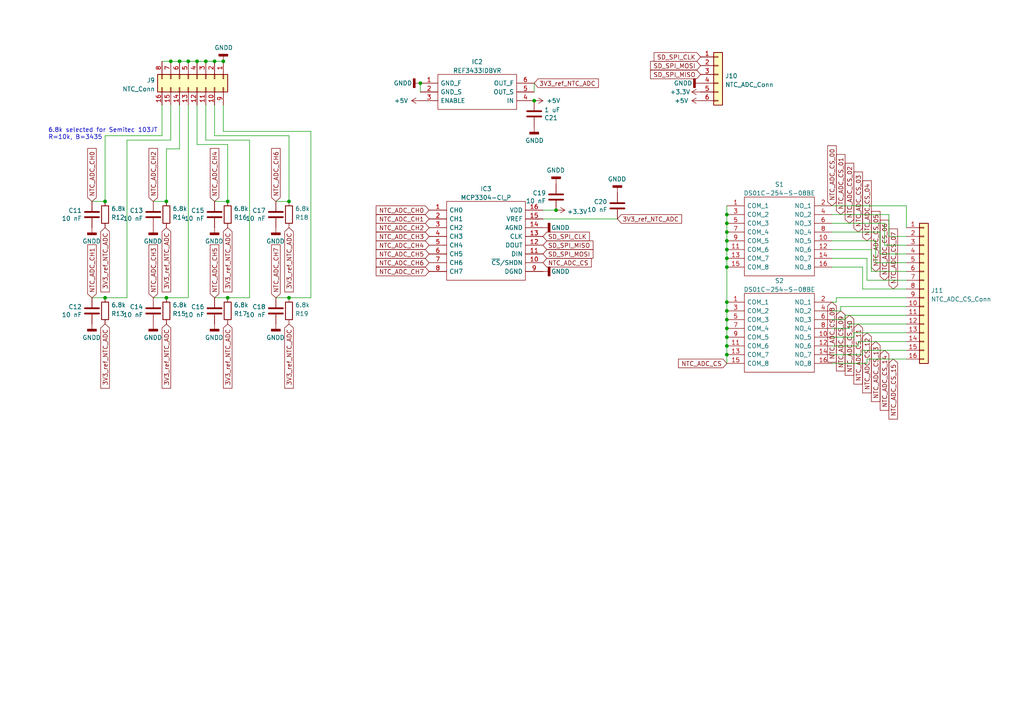
<source format=kicad_sch>
(kicad_sch (version 20211123) (generator eeschema)

  (uuid b61b49fd-5aed-4864-989b-f14d89524edc)

  (paper "A4")

  (lib_symbols
    (symbol "Connector_Generic:Conn_01x06" (pin_names (offset 1.016) hide) (in_bom yes) (on_board yes)
      (property "Reference" "J" (id 0) (at 0 7.62 0)
        (effects (font (size 1.27 1.27)))
      )
      (property "Value" "Conn_01x06" (id 1) (at 0 -10.16 0)
        (effects (font (size 1.27 1.27)))
      )
      (property "Footprint" "" (id 2) (at 0 0 0)
        (effects (font (size 1.27 1.27)) hide)
      )
      (property "Datasheet" "~" (id 3) (at 0 0 0)
        (effects (font (size 1.27 1.27)) hide)
      )
      (property "ki_keywords" "connector" (id 4) (at 0 0 0)
        (effects (font (size 1.27 1.27)) hide)
      )
      (property "ki_description" "Generic connector, single row, 01x06, script generated (kicad-library-utils/schlib/autogen/connector/)" (id 5) (at 0 0 0)
        (effects (font (size 1.27 1.27)) hide)
      )
      (property "ki_fp_filters" "Connector*:*_1x??_*" (id 6) (at 0 0 0)
        (effects (font (size 1.27 1.27)) hide)
      )
      (symbol "Conn_01x06_1_1"
        (rectangle (start -1.27 -7.493) (end 0 -7.747)
          (stroke (width 0.1524) (type default) (color 0 0 0 0))
          (fill (type none))
        )
        (rectangle (start -1.27 -4.953) (end 0 -5.207)
          (stroke (width 0.1524) (type default) (color 0 0 0 0))
          (fill (type none))
        )
        (rectangle (start -1.27 -2.413) (end 0 -2.667)
          (stroke (width 0.1524) (type default) (color 0 0 0 0))
          (fill (type none))
        )
        (rectangle (start -1.27 0.127) (end 0 -0.127)
          (stroke (width 0.1524) (type default) (color 0 0 0 0))
          (fill (type none))
        )
        (rectangle (start -1.27 2.667) (end 0 2.413)
          (stroke (width 0.1524) (type default) (color 0 0 0 0))
          (fill (type none))
        )
        (rectangle (start -1.27 5.207) (end 0 4.953)
          (stroke (width 0.1524) (type default) (color 0 0 0 0))
          (fill (type none))
        )
        (rectangle (start -1.27 6.35) (end 1.27 -8.89)
          (stroke (width 0.254) (type default) (color 0 0 0 0))
          (fill (type background))
        )
        (pin passive line (at -5.08 5.08 0) (length 3.81)
          (name "Pin_1" (effects (font (size 1.27 1.27))))
          (number "1" (effects (font (size 1.27 1.27))))
        )
        (pin passive line (at -5.08 2.54 0) (length 3.81)
          (name "Pin_2" (effects (font (size 1.27 1.27))))
          (number "2" (effects (font (size 1.27 1.27))))
        )
        (pin passive line (at -5.08 0 0) (length 3.81)
          (name "Pin_3" (effects (font (size 1.27 1.27))))
          (number "3" (effects (font (size 1.27 1.27))))
        )
        (pin passive line (at -5.08 -2.54 0) (length 3.81)
          (name "Pin_4" (effects (font (size 1.27 1.27))))
          (number "4" (effects (font (size 1.27 1.27))))
        )
        (pin passive line (at -5.08 -5.08 0) (length 3.81)
          (name "Pin_5" (effects (font (size 1.27 1.27))))
          (number "5" (effects (font (size 1.27 1.27))))
        )
        (pin passive line (at -5.08 -7.62 0) (length 3.81)
          (name "Pin_6" (effects (font (size 1.27 1.27))))
          (number "6" (effects (font (size 1.27 1.27))))
        )
      )
    )
    (symbol "Connector_Generic:Conn_01x16" (pin_names (offset 1.016) hide) (in_bom yes) (on_board yes)
      (property "Reference" "J" (id 0) (at 0 20.32 0)
        (effects (font (size 1.27 1.27)))
      )
      (property "Value" "Conn_01x16" (id 1) (at 0 -22.86 0)
        (effects (font (size 1.27 1.27)))
      )
      (property "Footprint" "" (id 2) (at 0 0 0)
        (effects (font (size 1.27 1.27)) hide)
      )
      (property "Datasheet" "~" (id 3) (at 0 0 0)
        (effects (font (size 1.27 1.27)) hide)
      )
      (property "ki_keywords" "connector" (id 4) (at 0 0 0)
        (effects (font (size 1.27 1.27)) hide)
      )
      (property "ki_description" "Generic connector, single row, 01x16, script generated (kicad-library-utils/schlib/autogen/connector/)" (id 5) (at 0 0 0)
        (effects (font (size 1.27 1.27)) hide)
      )
      (property "ki_fp_filters" "Connector*:*_1x??_*" (id 6) (at 0 0 0)
        (effects (font (size 1.27 1.27)) hide)
      )
      (symbol "Conn_01x16_1_1"
        (rectangle (start -1.27 -20.193) (end 0 -20.447)
          (stroke (width 0.1524) (type default) (color 0 0 0 0))
          (fill (type none))
        )
        (rectangle (start -1.27 -17.653) (end 0 -17.907)
          (stroke (width 0.1524) (type default) (color 0 0 0 0))
          (fill (type none))
        )
        (rectangle (start -1.27 -15.113) (end 0 -15.367)
          (stroke (width 0.1524) (type default) (color 0 0 0 0))
          (fill (type none))
        )
        (rectangle (start -1.27 -12.573) (end 0 -12.827)
          (stroke (width 0.1524) (type default) (color 0 0 0 0))
          (fill (type none))
        )
        (rectangle (start -1.27 -10.033) (end 0 -10.287)
          (stroke (width 0.1524) (type default) (color 0 0 0 0))
          (fill (type none))
        )
        (rectangle (start -1.27 -7.493) (end 0 -7.747)
          (stroke (width 0.1524) (type default) (color 0 0 0 0))
          (fill (type none))
        )
        (rectangle (start -1.27 -4.953) (end 0 -5.207)
          (stroke (width 0.1524) (type default) (color 0 0 0 0))
          (fill (type none))
        )
        (rectangle (start -1.27 -2.413) (end 0 -2.667)
          (stroke (width 0.1524) (type default) (color 0 0 0 0))
          (fill (type none))
        )
        (rectangle (start -1.27 0.127) (end 0 -0.127)
          (stroke (width 0.1524) (type default) (color 0 0 0 0))
          (fill (type none))
        )
        (rectangle (start -1.27 2.667) (end 0 2.413)
          (stroke (width 0.1524) (type default) (color 0 0 0 0))
          (fill (type none))
        )
        (rectangle (start -1.27 5.207) (end 0 4.953)
          (stroke (width 0.1524) (type default) (color 0 0 0 0))
          (fill (type none))
        )
        (rectangle (start -1.27 7.747) (end 0 7.493)
          (stroke (width 0.1524) (type default) (color 0 0 0 0))
          (fill (type none))
        )
        (rectangle (start -1.27 10.287) (end 0 10.033)
          (stroke (width 0.1524) (type default) (color 0 0 0 0))
          (fill (type none))
        )
        (rectangle (start -1.27 12.827) (end 0 12.573)
          (stroke (width 0.1524) (type default) (color 0 0 0 0))
          (fill (type none))
        )
        (rectangle (start -1.27 15.367) (end 0 15.113)
          (stroke (width 0.1524) (type default) (color 0 0 0 0))
          (fill (type none))
        )
        (rectangle (start -1.27 17.907) (end 0 17.653)
          (stroke (width 0.1524) (type default) (color 0 0 0 0))
          (fill (type none))
        )
        (rectangle (start -1.27 19.05) (end 1.27 -21.59)
          (stroke (width 0.254) (type default) (color 0 0 0 0))
          (fill (type background))
        )
        (pin passive line (at -5.08 17.78 0) (length 3.81)
          (name "Pin_1" (effects (font (size 1.27 1.27))))
          (number "1" (effects (font (size 1.27 1.27))))
        )
        (pin passive line (at -5.08 -5.08 0) (length 3.81)
          (name "Pin_10" (effects (font (size 1.27 1.27))))
          (number "10" (effects (font (size 1.27 1.27))))
        )
        (pin passive line (at -5.08 -7.62 0) (length 3.81)
          (name "Pin_11" (effects (font (size 1.27 1.27))))
          (number "11" (effects (font (size 1.27 1.27))))
        )
        (pin passive line (at -5.08 -10.16 0) (length 3.81)
          (name "Pin_12" (effects (font (size 1.27 1.27))))
          (number "12" (effects (font (size 1.27 1.27))))
        )
        (pin passive line (at -5.08 -12.7 0) (length 3.81)
          (name "Pin_13" (effects (font (size 1.27 1.27))))
          (number "13" (effects (font (size 1.27 1.27))))
        )
        (pin passive line (at -5.08 -15.24 0) (length 3.81)
          (name "Pin_14" (effects (font (size 1.27 1.27))))
          (number "14" (effects (font (size 1.27 1.27))))
        )
        (pin passive line (at -5.08 -17.78 0) (length 3.81)
          (name "Pin_15" (effects (font (size 1.27 1.27))))
          (number "15" (effects (font (size 1.27 1.27))))
        )
        (pin passive line (at -5.08 -20.32 0) (length 3.81)
          (name "Pin_16" (effects (font (size 1.27 1.27))))
          (number "16" (effects (font (size 1.27 1.27))))
        )
        (pin passive line (at -5.08 15.24 0) (length 3.81)
          (name "Pin_2" (effects (font (size 1.27 1.27))))
          (number "2" (effects (font (size 1.27 1.27))))
        )
        (pin passive line (at -5.08 12.7 0) (length 3.81)
          (name "Pin_3" (effects (font (size 1.27 1.27))))
          (number "3" (effects (font (size 1.27 1.27))))
        )
        (pin passive line (at -5.08 10.16 0) (length 3.81)
          (name "Pin_4" (effects (font (size 1.27 1.27))))
          (number "4" (effects (font (size 1.27 1.27))))
        )
        (pin passive line (at -5.08 7.62 0) (length 3.81)
          (name "Pin_5" (effects (font (size 1.27 1.27))))
          (number "5" (effects (font (size 1.27 1.27))))
        )
        (pin passive line (at -5.08 5.08 0) (length 3.81)
          (name "Pin_6" (effects (font (size 1.27 1.27))))
          (number "6" (effects (font (size 1.27 1.27))))
        )
        (pin passive line (at -5.08 2.54 0) (length 3.81)
          (name "Pin_7" (effects (font (size 1.27 1.27))))
          (number "7" (effects (font (size 1.27 1.27))))
        )
        (pin passive line (at -5.08 0 0) (length 3.81)
          (name "Pin_8" (effects (font (size 1.27 1.27))))
          (number "8" (effects (font (size 1.27 1.27))))
        )
        (pin passive line (at -5.08 -2.54 0) (length 3.81)
          (name "Pin_9" (effects (font (size 1.27 1.27))))
          (number "9" (effects (font (size 1.27 1.27))))
        )
      )
    )
    (symbol "Connector_Generic:Conn_02x08_Top_Bottom" (pin_names (offset 1.016) hide) (in_bom yes) (on_board yes)
      (property "Reference" "J" (id 0) (at 1.27 10.16 0)
        (effects (font (size 1.27 1.27)))
      )
      (property "Value" "Conn_02x08_Top_Bottom" (id 1) (at 1.27 -12.7 0)
        (effects (font (size 1.27 1.27)))
      )
      (property "Footprint" "" (id 2) (at 0 0 0)
        (effects (font (size 1.27 1.27)) hide)
      )
      (property "Datasheet" "~" (id 3) (at 0 0 0)
        (effects (font (size 1.27 1.27)) hide)
      )
      (property "ki_keywords" "connector" (id 4) (at 0 0 0)
        (effects (font (size 1.27 1.27)) hide)
      )
      (property "ki_description" "Generic connector, double row, 02x08, top/bottom pin numbering scheme (row 1: 1...pins_per_row, row2: pins_per_row+1 ... num_pins), script generated (kicad-library-utils/schlib/autogen/connector/)" (id 5) (at 0 0 0)
        (effects (font (size 1.27 1.27)) hide)
      )
      (property "ki_fp_filters" "Connector*:*_2x??_*" (id 6) (at 0 0 0)
        (effects (font (size 1.27 1.27)) hide)
      )
      (symbol "Conn_02x08_Top_Bottom_1_1"
        (rectangle (start -1.27 -10.033) (end 0 -10.287)
          (stroke (width 0.1524) (type default) (color 0 0 0 0))
          (fill (type none))
        )
        (rectangle (start -1.27 -7.493) (end 0 -7.747)
          (stroke (width 0.1524) (type default) (color 0 0 0 0))
          (fill (type none))
        )
        (rectangle (start -1.27 -4.953) (end 0 -5.207)
          (stroke (width 0.1524) (type default) (color 0 0 0 0))
          (fill (type none))
        )
        (rectangle (start -1.27 -2.413) (end 0 -2.667)
          (stroke (width 0.1524) (type default) (color 0 0 0 0))
          (fill (type none))
        )
        (rectangle (start -1.27 0.127) (end 0 -0.127)
          (stroke (width 0.1524) (type default) (color 0 0 0 0))
          (fill (type none))
        )
        (rectangle (start -1.27 2.667) (end 0 2.413)
          (stroke (width 0.1524) (type default) (color 0 0 0 0))
          (fill (type none))
        )
        (rectangle (start -1.27 5.207) (end 0 4.953)
          (stroke (width 0.1524) (type default) (color 0 0 0 0))
          (fill (type none))
        )
        (rectangle (start -1.27 7.747) (end 0 7.493)
          (stroke (width 0.1524) (type default) (color 0 0 0 0))
          (fill (type none))
        )
        (rectangle (start -1.27 8.89) (end 3.81 -11.43)
          (stroke (width 0.254) (type default) (color 0 0 0 0))
          (fill (type background))
        )
        (rectangle (start 3.81 -10.033) (end 2.54 -10.287)
          (stroke (width 0.1524) (type default) (color 0 0 0 0))
          (fill (type none))
        )
        (rectangle (start 3.81 -7.493) (end 2.54 -7.747)
          (stroke (width 0.1524) (type default) (color 0 0 0 0))
          (fill (type none))
        )
        (rectangle (start 3.81 -4.953) (end 2.54 -5.207)
          (stroke (width 0.1524) (type default) (color 0 0 0 0))
          (fill (type none))
        )
        (rectangle (start 3.81 -2.413) (end 2.54 -2.667)
          (stroke (width 0.1524) (type default) (color 0 0 0 0))
          (fill (type none))
        )
        (rectangle (start 3.81 0.127) (end 2.54 -0.127)
          (stroke (width 0.1524) (type default) (color 0 0 0 0))
          (fill (type none))
        )
        (rectangle (start 3.81 2.667) (end 2.54 2.413)
          (stroke (width 0.1524) (type default) (color 0 0 0 0))
          (fill (type none))
        )
        (rectangle (start 3.81 5.207) (end 2.54 4.953)
          (stroke (width 0.1524) (type default) (color 0 0 0 0))
          (fill (type none))
        )
        (rectangle (start 3.81 7.747) (end 2.54 7.493)
          (stroke (width 0.1524) (type default) (color 0 0 0 0))
          (fill (type none))
        )
        (pin passive line (at -5.08 7.62 0) (length 3.81)
          (name "Pin_1" (effects (font (size 1.27 1.27))))
          (number "1" (effects (font (size 1.27 1.27))))
        )
        (pin passive line (at 7.62 5.08 180) (length 3.81)
          (name "Pin_10" (effects (font (size 1.27 1.27))))
          (number "10" (effects (font (size 1.27 1.27))))
        )
        (pin passive line (at 7.62 2.54 180) (length 3.81)
          (name "Pin_11" (effects (font (size 1.27 1.27))))
          (number "11" (effects (font (size 1.27 1.27))))
        )
        (pin passive line (at 7.62 0 180) (length 3.81)
          (name "Pin_12" (effects (font (size 1.27 1.27))))
          (number "12" (effects (font (size 1.27 1.27))))
        )
        (pin passive line (at 7.62 -2.54 180) (length 3.81)
          (name "Pin_13" (effects (font (size 1.27 1.27))))
          (number "13" (effects (font (size 1.27 1.27))))
        )
        (pin passive line (at 7.62 -5.08 180) (length 3.81)
          (name "Pin_14" (effects (font (size 1.27 1.27))))
          (number "14" (effects (font (size 1.27 1.27))))
        )
        (pin passive line (at 7.62 -7.62 180) (length 3.81)
          (name "Pin_15" (effects (font (size 1.27 1.27))))
          (number "15" (effects (font (size 1.27 1.27))))
        )
        (pin passive line (at 7.62 -10.16 180) (length 3.81)
          (name "Pin_16" (effects (font (size 1.27 1.27))))
          (number "16" (effects (font (size 1.27 1.27))))
        )
        (pin passive line (at -5.08 5.08 0) (length 3.81)
          (name "Pin_2" (effects (font (size 1.27 1.27))))
          (number "2" (effects (font (size 1.27 1.27))))
        )
        (pin passive line (at -5.08 2.54 0) (length 3.81)
          (name "Pin_3" (effects (font (size 1.27 1.27))))
          (number "3" (effects (font (size 1.27 1.27))))
        )
        (pin passive line (at -5.08 0 0) (length 3.81)
          (name "Pin_4" (effects (font (size 1.27 1.27))))
          (number "4" (effects (font (size 1.27 1.27))))
        )
        (pin passive line (at -5.08 -2.54 0) (length 3.81)
          (name "Pin_5" (effects (font (size 1.27 1.27))))
          (number "5" (effects (font (size 1.27 1.27))))
        )
        (pin passive line (at -5.08 -5.08 0) (length 3.81)
          (name "Pin_6" (effects (font (size 1.27 1.27))))
          (number "6" (effects (font (size 1.27 1.27))))
        )
        (pin passive line (at -5.08 -7.62 0) (length 3.81)
          (name "Pin_7" (effects (font (size 1.27 1.27))))
          (number "7" (effects (font (size 1.27 1.27))))
        )
        (pin passive line (at -5.08 -10.16 0) (length 3.81)
          (name "Pin_8" (effects (font (size 1.27 1.27))))
          (number "8" (effects (font (size 1.27 1.27))))
        )
        (pin passive line (at 7.62 7.62 180) (length 3.81)
          (name "Pin_9" (effects (font (size 1.27 1.27))))
          (number "9" (effects (font (size 1.27 1.27))))
        )
      )
    )
    (symbol "Device:C" (pin_numbers hide) (pin_names (offset 0.254)) (in_bom yes) (on_board yes)
      (property "Reference" "C" (id 0) (at 0.635 2.54 0)
        (effects (font (size 1.27 1.27)) (justify left))
      )
      (property "Value" "C" (id 1) (at 0.635 -2.54 0)
        (effects (font (size 1.27 1.27)) (justify left))
      )
      (property "Footprint" "" (id 2) (at 0.9652 -3.81 0)
        (effects (font (size 1.27 1.27)) hide)
      )
      (property "Datasheet" "~" (id 3) (at 0 0 0)
        (effects (font (size 1.27 1.27)) hide)
      )
      (property "ki_keywords" "cap capacitor" (id 4) (at 0 0 0)
        (effects (font (size 1.27 1.27)) hide)
      )
      (property "ki_description" "Unpolarized capacitor" (id 5) (at 0 0 0)
        (effects (font (size 1.27 1.27)) hide)
      )
      (property "ki_fp_filters" "C_*" (id 6) (at 0 0 0)
        (effects (font (size 1.27 1.27)) hide)
      )
      (symbol "C_0_1"
        (polyline
          (pts
            (xy -2.032 -0.762)
            (xy 2.032 -0.762)
          )
          (stroke (width 0.508) (type default) (color 0 0 0 0))
          (fill (type none))
        )
        (polyline
          (pts
            (xy -2.032 0.762)
            (xy 2.032 0.762)
          )
          (stroke (width 0.508) (type default) (color 0 0 0 0))
          (fill (type none))
        )
      )
      (symbol "C_1_1"
        (pin passive line (at 0 3.81 270) (length 2.794)
          (name "~" (effects (font (size 1.27 1.27))))
          (number "1" (effects (font (size 1.27 1.27))))
        )
        (pin passive line (at 0 -3.81 90) (length 2.794)
          (name "~" (effects (font (size 1.27 1.27))))
          (number "2" (effects (font (size 1.27 1.27))))
        )
      )
    )
    (symbol "Device:R" (pin_numbers hide) (pin_names (offset 0)) (in_bom yes) (on_board yes)
      (property "Reference" "R" (id 0) (at 2.032 0 90)
        (effects (font (size 1.27 1.27)))
      )
      (property "Value" "R" (id 1) (at 0 0 90)
        (effects (font (size 1.27 1.27)))
      )
      (property "Footprint" "" (id 2) (at -1.778 0 90)
        (effects (font (size 1.27 1.27)) hide)
      )
      (property "Datasheet" "~" (id 3) (at 0 0 0)
        (effects (font (size 1.27 1.27)) hide)
      )
      (property "ki_keywords" "R res resistor" (id 4) (at 0 0 0)
        (effects (font (size 1.27 1.27)) hide)
      )
      (property "ki_description" "Resistor" (id 5) (at 0 0 0)
        (effects (font (size 1.27 1.27)) hide)
      )
      (property "ki_fp_filters" "R_*" (id 6) (at 0 0 0)
        (effects (font (size 1.27 1.27)) hide)
      )
      (symbol "R_0_1"
        (rectangle (start -1.016 -2.54) (end 1.016 2.54)
          (stroke (width 0.254) (type default) (color 0 0 0 0))
          (fill (type none))
        )
      )
      (symbol "R_1_1"
        (pin passive line (at 0 3.81 270) (length 1.27)
          (name "~" (effects (font (size 1.27 1.27))))
          (number "1" (effects (font (size 1.27 1.27))))
        )
        (pin passive line (at 0 -3.81 90) (length 1.27)
          (name "~" (effects (font (size 1.27 1.27))))
          (number "2" (effects (font (size 1.27 1.27))))
        )
      )
    )
    (symbol "SamacSys_Parts:DS01C-254-S-08BE" (pin_names (offset 0.762)) (in_bom yes) (on_board yes)
      (property "Reference" "S" (id 0) (at 26.67 7.62 0)
        (effects (font (size 1.27 1.27)) (justify left))
      )
      (property "Value" "DS01C-254-S-08BE" (id 1) (at 26.67 5.08 0)
        (effects (font (size 1.27 1.27)) (justify left))
      )
      (property "Footprint" "DS01C254S08BE" (id 2) (at 26.67 2.54 0)
        (effects (font (size 1.27 1.27)) (justify left) hide)
      )
      (property "Datasheet" "" (id 3) (at 26.67 0 0)
        (effects (font (size 1.27 1.27)) (justify left) hide)
      )
      (property "Description" "DIP Switches / SIP Switches DIP Switch, SPST, 2.54 pitch, raised actuator, covex bottom, Short pin, 8 position, Blue" (id 4) (at 26.67 -2.54 0)
        (effects (font (size 1.27 1.27)) (justify left) hide)
      )
      (property "Height" "7" (id 5) (at 26.67 -5.08 0)
        (effects (font (size 1.27 1.27)) (justify left) hide)
      )
      (property "Mouser Part Number" "490-DS01C-254-S-08BE" (id 6) (at 26.67 -7.62 0)
        (effects (font (size 1.27 1.27)) (justify left) hide)
      )
      (property "Mouser Price/Stock" "https://www.mouser.co.uk/ProductDetail/CUI-Devices/DS01C-254-S-08BE?qs=wnTfsH77Xs7cSHDxhLRJbA%3D%3D" (id 7) (at 26.67 -10.16 0)
        (effects (font (size 1.27 1.27)) (justify left) hide)
      )
      (property "Manufacturer_Name" "CUI Devices" (id 8) (at 26.67 -12.7 0)
        (effects (font (size 1.27 1.27)) (justify left) hide)
      )
      (property "Manufacturer_Part_Number" "DS01C-254-S-08BE" (id 9) (at 26.67 -15.24 0)
        (effects (font (size 1.27 1.27)) (justify left) hide)
      )
      (symbol "DS01C-254-S-08BE_0_0"
        (pin passive line (at 0 0 0) (length 5.08)
          (name "COM_1" (effects (font (size 1.27 1.27))))
          (number "1" (effects (font (size 1.27 1.27))))
        )
        (pin passive line (at 30.48 -10.16 180) (length 5.08)
          (name "NO_5" (effects (font (size 1.27 1.27))))
          (number "10" (effects (font (size 1.27 1.27))))
        )
        (pin passive line (at 0 -12.7 0) (length 5.08)
          (name "COM_6" (effects (font (size 1.27 1.27))))
          (number "11" (effects (font (size 1.27 1.27))))
        )
        (pin passive line (at 30.48 -12.7 180) (length 5.08)
          (name "NO_6" (effects (font (size 1.27 1.27))))
          (number "12" (effects (font (size 1.27 1.27))))
        )
        (pin passive line (at 0 -15.24 0) (length 5.08)
          (name "COM_7" (effects (font (size 1.27 1.27))))
          (number "13" (effects (font (size 1.27 1.27))))
        )
        (pin passive line (at 30.48 -15.24 180) (length 5.08)
          (name "NO_7" (effects (font (size 1.27 1.27))))
          (number "14" (effects (font (size 1.27 1.27))))
        )
        (pin passive line (at 0 -17.78 0) (length 5.08)
          (name "COM_8" (effects (font (size 1.27 1.27))))
          (number "15" (effects (font (size 1.27 1.27))))
        )
        (pin passive line (at 30.48 -17.78 180) (length 5.08)
          (name "NO_8" (effects (font (size 1.27 1.27))))
          (number "16" (effects (font (size 1.27 1.27))))
        )
        (pin passive line (at 30.48 0 180) (length 5.08)
          (name "NO_1" (effects (font (size 1.27 1.27))))
          (number "2" (effects (font (size 1.27 1.27))))
        )
        (pin passive line (at 0 -2.54 0) (length 5.08)
          (name "COM_2" (effects (font (size 1.27 1.27))))
          (number "3" (effects (font (size 1.27 1.27))))
        )
        (pin passive line (at 30.48 -2.54 180) (length 5.08)
          (name "NO_2" (effects (font (size 1.27 1.27))))
          (number "4" (effects (font (size 1.27 1.27))))
        )
        (pin passive line (at 0 -5.08 0) (length 5.08)
          (name "COM_3" (effects (font (size 1.27 1.27))))
          (number "5" (effects (font (size 1.27 1.27))))
        )
        (pin passive line (at 30.48 -5.08 180) (length 5.08)
          (name "NO_3" (effects (font (size 1.27 1.27))))
          (number "6" (effects (font (size 1.27 1.27))))
        )
        (pin passive line (at 0 -7.62 0) (length 5.08)
          (name "COM_4" (effects (font (size 1.27 1.27))))
          (number "7" (effects (font (size 1.27 1.27))))
        )
        (pin passive line (at 30.48 -7.62 180) (length 5.08)
          (name "NO_4" (effects (font (size 1.27 1.27))))
          (number "8" (effects (font (size 1.27 1.27))))
        )
        (pin passive line (at 0 -10.16 0) (length 5.08)
          (name "COM_5" (effects (font (size 1.27 1.27))))
          (number "9" (effects (font (size 1.27 1.27))))
        )
      )
      (symbol "DS01C-254-S-08BE_0_1"
        (polyline
          (pts
            (xy 5.08 2.54)
            (xy 25.4 2.54)
            (xy 25.4 -20.32)
            (xy 5.08 -20.32)
            (xy 5.08 2.54)
          )
          (stroke (width 0.1524) (type default) (color 0 0 0 0))
          (fill (type none))
        )
      )
    )
    (symbol "SamacSys_Parts:MCP3304-CI_P" (pin_names (offset 0.762)) (in_bom yes) (on_board yes)
      (property "Reference" "IC" (id 0) (at 29.21 7.62 0)
        (effects (font (size 1.27 1.27)) (justify left))
      )
      (property "Value" "MCP3304-CI_P" (id 1) (at 29.21 5.08 0)
        (effects (font (size 1.27 1.27)) (justify left))
      )
      (property "Footprint" "DIP781W56P254L1918H533Q16N" (id 2) (at 29.21 2.54 0)
        (effects (font (size 1.27 1.27)) (justify left) hide)
      )
      (property "Datasheet" "" (id 3) (at 29.21 0 0)
        (effects (font (size 1.27 1.27)) (justify left) hide)
      )
      (property "Description" "Microchip MCP3304-CI/P, 13 bit Serial ADC, Differential Input, 16-Pin PDIP" (id 4) (at 29.21 -2.54 0)
        (effects (font (size 1.27 1.27)) (justify left) hide)
      )
      (property "Height" "5.334" (id 5) (at 29.21 -5.08 0)
        (effects (font (size 1.27 1.27)) (justify left) hide)
      )
      (property "Mouser Part Number" "579-MCP3304-CI/P" (id 6) (at 29.21 -7.62 0)
        (effects (font (size 1.27 1.27)) (justify left) hide)
      )
      (property "Mouser Price/Stock" "https://www.mouser.co.uk/ProductDetail/Microchip-Technology/MCP3304-CI-P?qs=2HbNQnvoB68T7LZcGwqiOg%3D%3D" (id 7) (at 29.21 -10.16 0)
        (effects (font (size 1.27 1.27)) (justify left) hide)
      )
      (property "Manufacturer_Name" "Microchip" (id 8) (at 29.21 -12.7 0)
        (effects (font (size 1.27 1.27)) (justify left) hide)
      )
      (property "Manufacturer_Part_Number" "MCP3304-CI/P" (id 9) (at 29.21 -15.24 0)
        (effects (font (size 1.27 1.27)) (justify left) hide)
      )
      (symbol "MCP3304-CI_P_0_0"
        (pin passive line (at 0 0 0) (length 5.08)
          (name "CH0" (effects (font (size 1.27 1.27))))
          (number "1" (effects (font (size 1.27 1.27))))
        )
        (pin passive line (at 33.02 -15.24 180) (length 5.08)
          (name "~{CS}/SHDN" (effects (font (size 1.27 1.27))))
          (number "10" (effects (font (size 1.27 1.27))))
        )
        (pin passive line (at 33.02 -12.7 180) (length 5.08)
          (name "DIN" (effects (font (size 1.27 1.27))))
          (number "11" (effects (font (size 1.27 1.27))))
        )
        (pin passive line (at 33.02 -10.16 180) (length 5.08)
          (name "DOUT" (effects (font (size 1.27 1.27))))
          (number "12" (effects (font (size 1.27 1.27))))
        )
        (pin passive line (at 33.02 -7.62 180) (length 5.08)
          (name "CLK" (effects (font (size 1.27 1.27))))
          (number "13" (effects (font (size 1.27 1.27))))
        )
        (pin passive line (at 33.02 -5.08 180) (length 5.08)
          (name "AGND" (effects (font (size 1.27 1.27))))
          (number "14" (effects (font (size 1.27 1.27))))
        )
        (pin passive line (at 33.02 -2.54 180) (length 5.08)
          (name "VREF" (effects (font (size 1.27 1.27))))
          (number "15" (effects (font (size 1.27 1.27))))
        )
        (pin passive line (at 33.02 0 180) (length 5.08)
          (name "VDD" (effects (font (size 1.27 1.27))))
          (number "16" (effects (font (size 1.27 1.27))))
        )
        (pin passive line (at 0 -2.54 0) (length 5.08)
          (name "CH1" (effects (font (size 1.27 1.27))))
          (number "2" (effects (font (size 1.27 1.27))))
        )
        (pin passive line (at 0 -5.08 0) (length 5.08)
          (name "CH2" (effects (font (size 1.27 1.27))))
          (number "3" (effects (font (size 1.27 1.27))))
        )
        (pin passive line (at 0 -7.62 0) (length 5.08)
          (name "CH3" (effects (font (size 1.27 1.27))))
          (number "4" (effects (font (size 1.27 1.27))))
        )
        (pin passive line (at 0 -10.16 0) (length 5.08)
          (name "CH4" (effects (font (size 1.27 1.27))))
          (number "5" (effects (font (size 1.27 1.27))))
        )
        (pin passive line (at 0 -12.7 0) (length 5.08)
          (name "CH5" (effects (font (size 1.27 1.27))))
          (number "6" (effects (font (size 1.27 1.27))))
        )
        (pin passive line (at 0 -15.24 0) (length 5.08)
          (name "CH6" (effects (font (size 1.27 1.27))))
          (number "7" (effects (font (size 1.27 1.27))))
        )
        (pin passive line (at 0 -17.78 0) (length 5.08)
          (name "CH7" (effects (font (size 1.27 1.27))))
          (number "8" (effects (font (size 1.27 1.27))))
        )
        (pin passive line (at 33.02 -17.78 180) (length 5.08)
          (name "DGND" (effects (font (size 1.27 1.27))))
          (number "9" (effects (font (size 1.27 1.27))))
        )
      )
      (symbol "MCP3304-CI_P_0_1"
        (polyline
          (pts
            (xy 5.08 2.54)
            (xy 27.94 2.54)
            (xy 27.94 -20.32)
            (xy 5.08 -20.32)
            (xy 5.08 2.54)
          )
          (stroke (width 0.1524) (type default) (color 0 0 0 0))
          (fill (type none))
        )
      )
    )
    (symbol "SamacSys_Parts:REF3433IDBVR" (pin_names (offset 0.762)) (in_bom yes) (on_board yes)
      (property "Reference" "IC" (id 0) (at 29.21 7.62 0)
        (effects (font (size 1.27 1.27)) (justify left))
      )
      (property "Value" "REF3433IDBVR" (id 1) (at 29.21 5.08 0)
        (effects (font (size 1.27 1.27)) (justify left))
      )
      (property "Footprint" "SOT95P280X145-6N" (id 2) (at 29.21 2.54 0)
        (effects (font (size 1.27 1.27)) (justify left) hide)
      )
      (property "Datasheet" "http://www.ti.com/lit/ds/symlink/ref3433.pdf" (id 3) (at 29.21 0 0)
        (effects (font (size 1.27 1.27)) (justify left) hide)
      )
      (property "Description" "3.3V Low-Drift Low-Power Small-Footprint Series Voltage Reference" (id 4) (at 29.21 -2.54 0)
        (effects (font (size 1.27 1.27)) (justify left) hide)
      )
      (property "Height" "1.45" (id 5) (at 29.21 -5.08 0)
        (effects (font (size 1.27 1.27)) (justify left) hide)
      )
      (property "Mouser Part Number" "595-REF3433IDBVR" (id 6) (at 29.21 -7.62 0)
        (effects (font (size 1.27 1.27)) (justify left) hide)
      )
      (property "Mouser Price/Stock" "https://www.mouser.co.uk/ProductDetail/Texas-Instruments/REF3433IDBVR?qs=W0yvOO0ixfGBJPqcMgjPbw%3D%3D" (id 7) (at 29.21 -10.16 0)
        (effects (font (size 1.27 1.27)) (justify left) hide)
      )
      (property "Manufacturer_Name" "Texas Instruments" (id 8) (at 29.21 -12.7 0)
        (effects (font (size 1.27 1.27)) (justify left) hide)
      )
      (property "Manufacturer_Part_Number" "REF3433IDBVR" (id 9) (at 29.21 -15.24 0)
        (effects (font (size 1.27 1.27)) (justify left) hide)
      )
      (symbol "REF3433IDBVR_0_0"
        (pin power_in line (at 0 0 0) (length 5.08)
          (name "GND_F" (effects (font (size 1.27 1.27))))
          (number "1" (effects (font (size 1.27 1.27))))
        )
        (pin power_in line (at 0 -2.54 0) (length 5.08)
          (name "GND_S" (effects (font (size 1.27 1.27))))
          (number "2" (effects (font (size 1.27 1.27))))
        )
        (pin input line (at 0 -5.08 0) (length 5.08)
          (name "ENABLE" (effects (font (size 1.27 1.27))))
          (number "3" (effects (font (size 1.27 1.27))))
        )
        (pin power_in line (at 33.02 -5.08 180) (length 5.08)
          (name "IN" (effects (font (size 1.27 1.27))))
          (number "4" (effects (font (size 1.27 1.27))))
        )
        (pin output line (at 33.02 -2.54 180) (length 5.08)
          (name "OUT_S" (effects (font (size 1.27 1.27))))
          (number "5" (effects (font (size 1.27 1.27))))
        )
        (pin output line (at 33.02 0 180) (length 5.08)
          (name "OUT_F" (effects (font (size 1.27 1.27))))
          (number "6" (effects (font (size 1.27 1.27))))
        )
      )
      (symbol "REF3433IDBVR_0_1"
        (polyline
          (pts
            (xy 5.08 2.54)
            (xy 27.94 2.54)
            (xy 27.94 -7.62)
            (xy 5.08 -7.62)
            (xy 5.08 2.54)
          )
          (stroke (width 0.1524) (type default) (color 0 0 0 0))
          (fill (type none))
        )
      )
    )
    (symbol "power:+3.3V" (power) (pin_names (offset 0)) (in_bom yes) (on_board yes)
      (property "Reference" "#PWR" (id 0) (at 0 -3.81 0)
        (effects (font (size 1.27 1.27)) hide)
      )
      (property "Value" "+3.3V" (id 1) (at 0 3.556 0)
        (effects (font (size 1.27 1.27)))
      )
      (property "Footprint" "" (id 2) (at 0 0 0)
        (effects (font (size 1.27 1.27)) hide)
      )
      (property "Datasheet" "" (id 3) (at 0 0 0)
        (effects (font (size 1.27 1.27)) hide)
      )
      (property "ki_keywords" "power-flag" (id 4) (at 0 0 0)
        (effects (font (size 1.27 1.27)) hide)
      )
      (property "ki_description" "Power symbol creates a global label with name \"+3.3V\"" (id 5) (at 0 0 0)
        (effects (font (size 1.27 1.27)) hide)
      )
      (symbol "+3.3V_0_1"
        (polyline
          (pts
            (xy -0.762 1.27)
            (xy 0 2.54)
          )
          (stroke (width 0) (type default) (color 0 0 0 0))
          (fill (type none))
        )
        (polyline
          (pts
            (xy 0 0)
            (xy 0 2.54)
          )
          (stroke (width 0) (type default) (color 0 0 0 0))
          (fill (type none))
        )
        (polyline
          (pts
            (xy 0 2.54)
            (xy 0.762 1.27)
          )
          (stroke (width 0) (type default) (color 0 0 0 0))
          (fill (type none))
        )
      )
      (symbol "+3.3V_1_1"
        (pin power_in line (at 0 0 90) (length 0) hide
          (name "+3.3V" (effects (font (size 1.27 1.27))))
          (number "1" (effects (font (size 1.27 1.27))))
        )
      )
    )
    (symbol "power:+5V" (power) (pin_names (offset 0)) (in_bom yes) (on_board yes)
      (property "Reference" "#PWR" (id 0) (at 0 -3.81 0)
        (effects (font (size 1.27 1.27)) hide)
      )
      (property "Value" "+5V" (id 1) (at 0 3.556 0)
        (effects (font (size 1.27 1.27)))
      )
      (property "Footprint" "" (id 2) (at 0 0 0)
        (effects (font (size 1.27 1.27)) hide)
      )
      (property "Datasheet" "" (id 3) (at 0 0 0)
        (effects (font (size 1.27 1.27)) hide)
      )
      (property "ki_keywords" "power-flag" (id 4) (at 0 0 0)
        (effects (font (size 1.27 1.27)) hide)
      )
      (property "ki_description" "Power symbol creates a global label with name \"+5V\"" (id 5) (at 0 0 0)
        (effects (font (size 1.27 1.27)) hide)
      )
      (symbol "+5V_0_1"
        (polyline
          (pts
            (xy -0.762 1.27)
            (xy 0 2.54)
          )
          (stroke (width 0) (type default) (color 0 0 0 0))
          (fill (type none))
        )
        (polyline
          (pts
            (xy 0 0)
            (xy 0 2.54)
          )
          (stroke (width 0) (type default) (color 0 0 0 0))
          (fill (type none))
        )
        (polyline
          (pts
            (xy 0 2.54)
            (xy 0.762 1.27)
          )
          (stroke (width 0) (type default) (color 0 0 0 0))
          (fill (type none))
        )
      )
      (symbol "+5V_1_1"
        (pin power_in line (at 0 0 90) (length 0) hide
          (name "+5V" (effects (font (size 1.27 1.27))))
          (number "1" (effects (font (size 1.27 1.27))))
        )
      )
    )
    (symbol "power:GNDD" (power) (pin_names (offset 0)) (in_bom yes) (on_board yes)
      (property "Reference" "#PWR" (id 0) (at 0 -6.35 0)
        (effects (font (size 1.27 1.27)) hide)
      )
      (property "Value" "GNDD" (id 1) (at 0 -3.175 0)
        (effects (font (size 1.27 1.27)))
      )
      (property "Footprint" "" (id 2) (at 0 0 0)
        (effects (font (size 1.27 1.27)) hide)
      )
      (property "Datasheet" "" (id 3) (at 0 0 0)
        (effects (font (size 1.27 1.27)) hide)
      )
      (property "ki_keywords" "power-flag" (id 4) (at 0 0 0)
        (effects (font (size 1.27 1.27)) hide)
      )
      (property "ki_description" "Power symbol creates a global label with name \"GNDD\" , digital ground" (id 5) (at 0 0 0)
        (effects (font (size 1.27 1.27)) hide)
      )
      (symbol "GNDD_0_1"
        (rectangle (start -1.27 -1.524) (end 1.27 -2.032)
          (stroke (width 0.254) (type default) (color 0 0 0 0))
          (fill (type outline))
        )
        (polyline
          (pts
            (xy 0 0)
            (xy 0 -1.524)
          )
          (stroke (width 0) (type default) (color 0 0 0 0))
          (fill (type none))
        )
      )
      (symbol "GNDD_1_1"
        (pin power_in line (at 0 0 270) (length 0) hide
          (name "GNDD" (effects (font (size 1.27 1.27))))
          (number "1" (effects (font (size 1.27 1.27))))
        )
      )
    )
  )

  (junction (at 210.82 102.87) (diameter 0) (color 0 0 0 0)
    (uuid 04639650-0bcc-4a62-9326-4604de5c8eab)
  )
  (junction (at 210.82 72.39) (diameter 0) (color 0 0 0 0)
    (uuid 0d196faf-5142-4305-af4c-5c7b35c81a4e)
  )
  (junction (at 210.82 92.71) (diameter 0) (color 0 0 0 0)
    (uuid 1088d275-e8c1-4949-b66d-4365386c1bad)
  )
  (junction (at 210.82 62.23) (diameter 0) (color 0 0 0 0)
    (uuid 1164c66c-ca2b-4405-9f9f-d7e68033a705)
  )
  (junction (at 30.48 58.42) (diameter 0) (color 0 0 0 0)
    (uuid 154ec80b-8716-497f-aa61-495d0d3fa56d)
  )
  (junction (at 83.82 86.36) (diameter 0) (color 0 0 0 0)
    (uuid 20b9156f-8713-4053-9ecd-a1aabb8b96cd)
  )
  (junction (at 62.23 17.78) (diameter 0) (color 0 0 0 0)
    (uuid 29765f79-369d-4844-ac23-147b4ca95e68)
  )
  (junction (at 210.82 64.77) (diameter 0) (color 0 0 0 0)
    (uuid 3bd7d695-bf86-434c-a4c7-e1fb0cc2ee46)
  )
  (junction (at 66.04 86.36) (diameter 0) (color 0 0 0 0)
    (uuid 409d8eae-4488-45f1-95f2-7408d4c1378a)
  )
  (junction (at 59.69 17.78) (diameter 0) (color 0 0 0 0)
    (uuid 56c5c24e-8eef-4ecb-8f77-a7c965b3bb20)
  )
  (junction (at 210.82 87.63) (diameter 0) (color 0 0 0 0)
    (uuid 66931828-b52b-47ff-81a9-6ad1e2635bda)
  )
  (junction (at 210.82 77.47) (diameter 0) (color 0 0 0 0)
    (uuid 6b2d463a-d5da-4863-95ea-2725919319dd)
  )
  (junction (at 48.26 86.36) (diameter 0) (color 0 0 0 0)
    (uuid 6dc53b19-da6d-4cd4-8ea3-25a8658a5197)
  )
  (junction (at 64.77 17.78) (diameter 0) (color 0 0 0 0)
    (uuid 6e1ec111-1b67-4f8a-b0b5-89c1dc31743c)
  )
  (junction (at 210.82 95.25) (diameter 0) (color 0 0 0 0)
    (uuid 71a7aab5-039e-4271-9381-6e296b3af297)
  )
  (junction (at 52.07 17.78) (diameter 0) (color 0 0 0 0)
    (uuid 74dbc182-45e1-4594-a0c4-b2314e62ef17)
  )
  (junction (at 49.53 17.78) (diameter 0) (color 0 0 0 0)
    (uuid 75471d15-2b21-4f52-a977-6645b2478efd)
  )
  (junction (at 66.04 58.42) (diameter 0) (color 0 0 0 0)
    (uuid 7c157b03-fc4b-4794-adc8-e5885f0f07dc)
  )
  (junction (at 57.15 17.78) (diameter 0) (color 0 0 0 0)
    (uuid 80972cbc-9b1c-4ffc-9983-5d1d0e178f3c)
  )
  (junction (at 210.82 74.93) (diameter 0) (color 0 0 0 0)
    (uuid 8a146bdf-2552-418b-9c73-da0fb2e3c656)
  )
  (junction (at 83.82 58.42) (diameter 0) (color 0 0 0 0)
    (uuid 8c0a21b8-5085-44ba-98df-287c684071dd)
  )
  (junction (at 154.94 29.21) (diameter 0) (color 0 0 0 0)
    (uuid 92a7ea1f-1f51-489d-8c0f-271fb7f358f6)
  )
  (junction (at 121.92 24.13) (diameter 0) (color 0 0 0 0)
    (uuid b44a7b59-e412-4dd3-989e-da3f27fcfa1d)
  )
  (junction (at 48.26 58.42) (diameter 0) (color 0 0 0 0)
    (uuid bedf20f3-2eb5-4c94-8a4c-c6c4ba0e93f5)
  )
  (junction (at 210.82 90.17) (diameter 0) (color 0 0 0 0)
    (uuid cea08b23-ada6-4612-9911-8e9152ec6997)
  )
  (junction (at 210.82 67.31) (diameter 0) (color 0 0 0 0)
    (uuid da5f50f1-aeac-4040-b386-a12a440d7193)
  )
  (junction (at 30.48 86.36) (diameter 0) (color 0 0 0 0)
    (uuid e19d7f58-7bac-4c97-be76-b2a577323504)
  )
  (junction (at 210.82 69.85) (diameter 0) (color 0 0 0 0)
    (uuid e5629e85-c207-45ba-8331-ae07f73b02f8)
  )
  (junction (at 210.82 100.33) (diameter 0) (color 0 0 0 0)
    (uuid e8fcdf12-126c-4820-9aea-c8417a0b91da)
  )
  (junction (at 54.61 17.78) (diameter 0) (color 0 0 0 0)
    (uuid f188baa3-c37e-4a64-abac-94817fe7f96c)
  )
  (junction (at 161.29 60.96) (diameter 0) (color 0 0 0 0)
    (uuid f2f487cb-d22e-45a7-a339-3bf2d8d63029)
  )
  (junction (at 210.82 97.79) (diameter 0) (color 0 0 0 0)
    (uuid f7fabbfc-15b1-401d-931e-6c7b1be58b64)
  )

  (wire (pts (xy 46.99 17.78) (xy 49.53 17.78))
    (stroke (width 0) (type default) (color 0 0 0 0))
    (uuid 001207da-b976-41b0-b63c-c14d1b9d8063)
  )
  (wire (pts (xy 210.82 102.87) (xy 210.82 105.41))
    (stroke (width 0) (type default) (color 0 0 0 0))
    (uuid 04aaad82-2568-47d4-bab9-0bbb8963e76b)
  )
  (wire (pts (xy 62.23 17.78) (xy 64.77 17.78))
    (stroke (width 0) (type default) (color 0 0 0 0))
    (uuid 07804749-0bee-4f93-b06b-c15d048ed02e)
  )
  (wire (pts (xy 54.61 86.36) (xy 48.26 86.36))
    (stroke (width 0) (type default) (color 0 0 0 0))
    (uuid 08131a4a-56e9-4ace-b6e6-beb0dc882126)
  )
  (wire (pts (xy 247.65 96.52) (xy 262.89 96.52))
    (stroke (width 0) (type default) (color 0 0 0 0))
    (uuid 0bc2db43-e945-4afc-81ba-ff97fcc8c7cc)
  )
  (wire (pts (xy 252.73 78.74) (xy 262.89 78.74))
    (stroke (width 0) (type default) (color 0 0 0 0))
    (uuid 0d7aac8b-f209-46e9-a5c7-b12f3bd3d4a1)
  )
  (wire (pts (xy 243.84 88.9) (xy 262.89 88.9))
    (stroke (width 0) (type default) (color 0 0 0 0))
    (uuid 0e0cee3e-3052-41a0-9f46-f099a38a604b)
  )
  (wire (pts (xy 210.82 74.93) (xy 210.82 77.47))
    (stroke (width 0) (type default) (color 0 0 0 0))
    (uuid 0e594c02-621f-40e1-8217-6c373d6d98c6)
  )
  (wire (pts (xy 210.82 67.31) (xy 210.82 69.85))
    (stroke (width 0) (type default) (color 0 0 0 0))
    (uuid 12e16aed-e18d-48b3-af28-9cdd555220e5)
  )
  (wire (pts (xy 57.15 30.48) (xy 57.15 41.91))
    (stroke (width 0) (type default) (color 0 0 0 0))
    (uuid 12e247b2-d10d-4a73-b536-08e81a8d4409)
  )
  (wire (pts (xy 251.46 74.93) (xy 251.46 81.28))
    (stroke (width 0) (type default) (color 0 0 0 0))
    (uuid 177fb1ef-e43c-4001-b641-c971e5f6cb19)
  )
  (wire (pts (xy 256.54 64.77) (xy 256.54 71.12))
    (stroke (width 0) (type default) (color 0 0 0 0))
    (uuid 17f4935e-9886-406f-b78c-54f7ae9b0212)
  )
  (wire (pts (xy 241.3 92.71) (xy 245.11 92.71))
    (stroke (width 0) (type default) (color 0 0 0 0))
    (uuid 190cfe4c-b996-4d35-8764-b79bc442bd76)
  )
  (wire (pts (xy 257.81 62.23) (xy 257.81 68.58))
    (stroke (width 0) (type default) (color 0 0 0 0))
    (uuid 1be76318-b289-466a-a5f4-1f406399689a)
  )
  (wire (pts (xy 241.3 102.87) (xy 250.19 102.87))
    (stroke (width 0) (type default) (color 0 0 0 0))
    (uuid 1c141d75-6adc-4a0b-9d8c-9f453aa71751)
  )
  (wire (pts (xy 241.3 97.79) (xy 247.65 97.79))
    (stroke (width 0) (type default) (color 0 0 0 0))
    (uuid 1d4f04b4-5110-49c8-893a-7d5dce937b52)
  )
  (wire (pts (xy 90.17 86.36) (xy 83.82 86.36))
    (stroke (width 0) (type default) (color 0 0 0 0))
    (uuid 1d9f37b8-4a51-4d19-a756-a623f937f6c6)
  )
  (wire (pts (xy 210.82 92.71) (xy 210.82 95.25))
    (stroke (width 0) (type default) (color 0 0 0 0))
    (uuid 1f2170d0-b200-41fc-a2a7-d15cc90be265)
  )
  (wire (pts (xy 251.46 105.41) (xy 251.46 104.14))
    (stroke (width 0) (type default) (color 0 0 0 0))
    (uuid 1fd53044-a72b-4859-bf29-c60ce4c53038)
  )
  (wire (pts (xy 241.3 77.47) (xy 250.19 77.47))
    (stroke (width 0) (type default) (color 0 0 0 0))
    (uuid 240cb0b3-5288-4151-aa1b-f9a6a9dabd59)
  )
  (wire (pts (xy 248.92 99.06) (xy 262.89 99.06))
    (stroke (width 0) (type default) (color 0 0 0 0))
    (uuid 2aae9c96-c8cf-44a9-ac01-c9944bb46758)
  )
  (wire (pts (xy 241.3 74.93) (xy 251.46 74.93))
    (stroke (width 0) (type default) (color 0 0 0 0))
    (uuid 2e32d977-a6ca-4d3a-baf1-e6a37afd1d65)
  )
  (wire (pts (xy 46.99 39.37) (xy 30.48 39.37))
    (stroke (width 0) (type default) (color 0 0 0 0))
    (uuid 32cc2e0e-e3d6-4439-af3c-27cfaa7e3cc9)
  )
  (wire (pts (xy 210.82 100.33) (xy 210.82 102.87))
    (stroke (width 0) (type default) (color 0 0 0 0))
    (uuid 36496975-9ca5-40cc-80ea-3353f76bf2c1)
  )
  (wire (pts (xy 262.89 59.69) (xy 262.89 66.04))
    (stroke (width 0) (type default) (color 0 0 0 0))
    (uuid 39489a02-212e-4ad7-94fd-d3f57a1aaeec)
  )
  (wire (pts (xy 241.3 62.23) (xy 257.81 62.23))
    (stroke (width 0) (type default) (color 0 0 0 0))
    (uuid 3a186885-7c4e-4120-9807-21f35ad45ecb)
  )
  (wire (pts (xy 80.01 58.42) (xy 83.82 58.42))
    (stroke (width 0) (type default) (color 0 0 0 0))
    (uuid 3fffc953-6df3-42a0-a340-8625ad0c96ce)
  )
  (wire (pts (xy 250.19 83.82) (xy 262.89 83.82))
    (stroke (width 0) (type default) (color 0 0 0 0))
    (uuid 40d2f421-e824-4174-bd28-8131f339ba7a)
  )
  (wire (pts (xy 26.67 86.36) (xy 30.48 86.36))
    (stroke (width 0) (type default) (color 0 0 0 0))
    (uuid 461a3ad6-91be-4640-8240-30ee2072b92e)
  )
  (wire (pts (xy 154.94 24.13) (xy 154.94 26.67))
    (stroke (width 0) (type default) (color 0 0 0 0))
    (uuid 493fe9cd-bd93-4636-bb11-20d5345a5051)
  )
  (wire (pts (xy 121.92 24.13) (xy 121.92 26.67))
    (stroke (width 0) (type default) (color 0 0 0 0))
    (uuid 4cf6d03f-76cf-48bb-9671-6976f87969fe)
  )
  (wire (pts (xy 241.3 105.41) (xy 251.46 105.41))
    (stroke (width 0) (type default) (color 0 0 0 0))
    (uuid 534b74b9-43e0-4ce7-8efd-cead00d3c41f)
  )
  (wire (pts (xy 243.84 90.17) (xy 243.84 88.9))
    (stroke (width 0) (type default) (color 0 0 0 0))
    (uuid 5403df37-65ee-47be-922f-6d05f1d7fb19)
  )
  (wire (pts (xy 26.67 58.42) (xy 30.48 58.42))
    (stroke (width 0) (type default) (color 0 0 0 0))
    (uuid 5838b603-5205-4dc6-97db-576c72f03cd8)
  )
  (wire (pts (xy 44.45 86.36) (xy 48.26 86.36))
    (stroke (width 0) (type default) (color 0 0 0 0))
    (uuid 59395b58-895c-47fb-9e28-ce5a70f981c8)
  )
  (wire (pts (xy 36.83 86.36) (xy 30.48 86.36))
    (stroke (width 0) (type default) (color 0 0 0 0))
    (uuid 5a7432fe-be47-4e3b-969d-d41c166a8d76)
  )
  (wire (pts (xy 241.3 90.17) (xy 243.84 90.17))
    (stroke (width 0) (type default) (color 0 0 0 0))
    (uuid 5baa868b-f80d-4e6a-87c6-6f2dc97008dd)
  )
  (wire (pts (xy 242.57 87.63) (xy 242.57 86.36))
    (stroke (width 0) (type default) (color 0 0 0 0))
    (uuid 5ed5307e-23e0-4c21-bdeb-1f3d4326fd7a)
  )
  (wire (pts (xy 83.82 39.37) (xy 83.82 58.42))
    (stroke (width 0) (type default) (color 0 0 0 0))
    (uuid 6119cb67-b941-41c0-bf8d-a7abadd8bd86)
  )
  (wire (pts (xy 57.15 41.91) (xy 66.04 41.91))
    (stroke (width 0) (type default) (color 0 0 0 0))
    (uuid 64c6ba20-ac07-4695-acd1-50609012d372)
  )
  (wire (pts (xy 245.11 92.71) (xy 245.11 91.44))
    (stroke (width 0) (type default) (color 0 0 0 0))
    (uuid 659cd6a0-a21f-41b1-bd26-c0c318a614d9)
  )
  (wire (pts (xy 48.26 43.18) (xy 48.26 58.42))
    (stroke (width 0) (type default) (color 0 0 0 0))
    (uuid 680ea215-ab6a-458b-9fb9-5a648a90793a)
  )
  (wire (pts (xy 251.46 81.28) (xy 262.89 81.28))
    (stroke (width 0) (type default) (color 0 0 0 0))
    (uuid 68c26826-0b69-4228-ba2a-f159b88dddff)
  )
  (wire (pts (xy 59.69 17.78) (xy 62.23 17.78))
    (stroke (width 0) (type default) (color 0 0 0 0))
    (uuid 69f1ce32-1262-4073-b499-de4c5f158712)
  )
  (wire (pts (xy 62.23 30.48) (xy 62.23 39.37))
    (stroke (width 0) (type default) (color 0 0 0 0))
    (uuid 6b3d16ce-1109-4676-9d1b-11695b33079a)
  )
  (wire (pts (xy 245.11 91.44) (xy 262.89 91.44))
    (stroke (width 0) (type default) (color 0 0 0 0))
    (uuid 6bcc3f3e-6896-4ab8-8259-22e60661f522)
  )
  (wire (pts (xy 66.04 41.91) (xy 66.04 58.42))
    (stroke (width 0) (type default) (color 0 0 0 0))
    (uuid 6ef44267-6ac3-47e3-ace8-c74166414e26)
  )
  (wire (pts (xy 57.15 17.78) (xy 59.69 17.78))
    (stroke (width 0) (type default) (color 0 0 0 0))
    (uuid 71e5c1ee-16dd-4744-a63f-78dc224414b0)
  )
  (wire (pts (xy 241.3 64.77) (xy 256.54 64.77))
    (stroke (width 0) (type default) (color 0 0 0 0))
    (uuid 75c23b9f-f321-4d37-8907-25f7fd2df251)
  )
  (wire (pts (xy 247.65 97.79) (xy 247.65 96.52))
    (stroke (width 0) (type default) (color 0 0 0 0))
    (uuid 760d285a-0be0-4c09-9431-873a15e5d2ff)
  )
  (wire (pts (xy 210.82 64.77) (xy 210.82 67.31))
    (stroke (width 0) (type default) (color 0 0 0 0))
    (uuid 771ebbd0-38b3-4dc3-96c2-4eb2c651a5b0)
  )
  (wire (pts (xy 241.3 67.31) (xy 255.27 67.31))
    (stroke (width 0) (type default) (color 0 0 0 0))
    (uuid 7f393c7d-d7ac-47fb-9652-4aa9cfcdb205)
  )
  (wire (pts (xy 246.38 95.25) (xy 246.38 93.98))
    (stroke (width 0) (type default) (color 0 0 0 0))
    (uuid 7f74cf32-34b6-47fc-b0a2-d7f9e424a220)
  )
  (wire (pts (xy 210.82 95.25) (xy 210.82 97.79))
    (stroke (width 0) (type default) (color 0 0 0 0))
    (uuid 7fe53e3d-2b58-4ba7-9e29-c7a9d13fdad3)
  )
  (wire (pts (xy 59.69 30.48) (xy 59.69 40.64))
    (stroke (width 0) (type default) (color 0 0 0 0))
    (uuid 80cf0d72-76cc-4769-9dbb-a36943a14cf6)
  )
  (wire (pts (xy 80.01 86.36) (xy 83.82 86.36))
    (stroke (width 0) (type default) (color 0 0 0 0))
    (uuid 82060269-d99f-44f3-87ab-1c35b2cae833)
  )
  (wire (pts (xy 157.48 63.5) (xy 179.07 63.5))
    (stroke (width 0) (type default) (color 0 0 0 0))
    (uuid 8a1592c6-0c8a-4b06-8334-dcf136d67524)
  )
  (wire (pts (xy 210.82 69.85) (xy 210.82 72.39))
    (stroke (width 0) (type default) (color 0 0 0 0))
    (uuid 8a79eeeb-e828-4373-b28c-ff1861c7b48d)
  )
  (wire (pts (xy 210.82 97.79) (xy 210.82 100.33))
    (stroke (width 0) (type default) (color 0 0 0 0))
    (uuid 8b2f8991-f78b-4ba8-9884-874f16d084c0)
  )
  (wire (pts (xy 46.99 30.48) (xy 46.99 39.37))
    (stroke (width 0) (type default) (color 0 0 0 0))
    (uuid 8c2227fe-98b1-4975-9043-de52447629b1)
  )
  (wire (pts (xy 62.23 58.42) (xy 66.04 58.42))
    (stroke (width 0) (type default) (color 0 0 0 0))
    (uuid 8d35f2e3-262f-455b-9d19-f37c494e20c4)
  )
  (wire (pts (xy 242.57 86.36) (xy 262.89 86.36))
    (stroke (width 0) (type default) (color 0 0 0 0))
    (uuid 8ffea2e7-324e-4021-8d2a-44448f9b486d)
  )
  (wire (pts (xy 241.3 72.39) (xy 252.73 72.39))
    (stroke (width 0) (type default) (color 0 0 0 0))
    (uuid 92dbcdf1-0b46-4dfc-9266-c7373470640b)
  )
  (wire (pts (xy 256.54 71.12) (xy 262.89 71.12))
    (stroke (width 0) (type default) (color 0 0 0 0))
    (uuid 958dec37-1720-4e6d-a50e-d8b2a428c4a4)
  )
  (wire (pts (xy 210.82 87.63) (xy 210.82 90.17))
    (stroke (width 0) (type default) (color 0 0 0 0))
    (uuid 9689027b-8508-440c-b5e6-c5d255e80708)
  )
  (wire (pts (xy 241.3 87.63) (xy 242.57 87.63))
    (stroke (width 0) (type default) (color 0 0 0 0))
    (uuid 9cb77154-06e2-4a38-8aef-1da22adb851d)
  )
  (wire (pts (xy 210.82 77.47) (xy 210.82 87.63))
    (stroke (width 0) (type default) (color 0 0 0 0))
    (uuid 9eb4dc92-2df3-4c6a-8b1a-0a0255aae89a)
  )
  (wire (pts (xy 54.61 30.48) (xy 54.61 86.36))
    (stroke (width 0) (type default) (color 0 0 0 0))
    (uuid 9fd9f5ad-17c9-46e0-827a-cbb0444f8fe1)
  )
  (wire (pts (xy 49.53 30.48) (xy 49.53 40.64))
    (stroke (width 0) (type default) (color 0 0 0 0))
    (uuid a34108da-0cdf-4ed0-a42b-9b76e47bf9bd)
  )
  (wire (pts (xy 62.23 39.37) (xy 83.82 39.37))
    (stroke (width 0) (type default) (color 0 0 0 0))
    (uuid acde15f1-4789-4c24-a7d5-adc229735e8d)
  )
  (wire (pts (xy 52.07 43.18) (xy 48.26 43.18))
    (stroke (width 0) (type default) (color 0 0 0 0))
    (uuid af41be20-4513-4fcf-a91d-8cd64a6fb8de)
  )
  (wire (pts (xy 36.83 40.64) (xy 36.83 86.36))
    (stroke (width 0) (type default) (color 0 0 0 0))
    (uuid b1ab93b4-98c0-431b-818a-7767d27b9f78)
  )
  (wire (pts (xy 255.27 73.66) (xy 262.89 73.66))
    (stroke (width 0) (type default) (color 0 0 0 0))
    (uuid b4d5bfa0-5e42-436e-a9c6-17a3cae5c008)
  )
  (wire (pts (xy 30.48 39.37) (xy 30.48 58.42))
    (stroke (width 0) (type default) (color 0 0 0 0))
    (uuid b70deafd-cb97-4f7c-bc17-70fd19d41868)
  )
  (wire (pts (xy 90.17 38.1) (xy 90.17 86.36))
    (stroke (width 0) (type default) (color 0 0 0 0))
    (uuid b72831cd-de38-445b-93bf-4d5cece0fc4e)
  )
  (wire (pts (xy 255.27 67.31) (xy 255.27 73.66))
    (stroke (width 0) (type default) (color 0 0 0 0))
    (uuid b7995292-06e8-4b01-ae00-d1f92e9e3016)
  )
  (wire (pts (xy 246.38 93.98) (xy 262.89 93.98))
    (stroke (width 0) (type default) (color 0 0 0 0))
    (uuid b7d4251f-5804-495a-8fc0-73f3df0205da)
  )
  (wire (pts (xy 250.19 101.6) (xy 262.89 101.6))
    (stroke (width 0) (type default) (color 0 0 0 0))
    (uuid bcadc256-f811-447f-82c1-87a8e52611b4)
  )
  (wire (pts (xy 241.3 59.69) (xy 262.89 59.69))
    (stroke (width 0) (type default) (color 0 0 0 0))
    (uuid bcb7aecd-c734-4d59-844b-460efa3c5ab5)
  )
  (wire (pts (xy 241.3 69.85) (xy 254 69.85))
    (stroke (width 0) (type default) (color 0 0 0 0))
    (uuid c01429d5-058b-4765-bde7-346f745be290)
  )
  (wire (pts (xy 44.45 58.42) (xy 48.26 58.42))
    (stroke (width 0) (type default) (color 0 0 0 0))
    (uuid c4c3695d-488f-4c89-a96f-791a924e6969)
  )
  (wire (pts (xy 250.19 102.87) (xy 250.19 101.6))
    (stroke (width 0) (type default) (color 0 0 0 0))
    (uuid c6fa8bf9-04d3-4315-8d62-598bb45c3f10)
  )
  (wire (pts (xy 72.39 86.36) (xy 66.04 86.36))
    (stroke (width 0) (type default) (color 0 0 0 0))
    (uuid c7f182a2-5d29-4bd4-b399-2598ef223259)
  )
  (wire (pts (xy 254 69.85) (xy 254 76.2))
    (stroke (width 0) (type default) (color 0 0 0 0))
    (uuid c92e04e1-b71b-42c4-b453-f67b97b3168c)
  )
  (wire (pts (xy 210.82 62.23) (xy 210.82 64.77))
    (stroke (width 0) (type default) (color 0 0 0 0))
    (uuid ca439f03-0d0d-4941-8cad-157e349b1ae0)
  )
  (wire (pts (xy 157.48 60.96) (xy 161.29 60.96))
    (stroke (width 0) (type default) (color 0 0 0 0))
    (uuid d2d7dc7d-926f-48a7-a6b9-94cc0a3c495c)
  )
  (wire (pts (xy 210.82 59.69) (xy 210.82 62.23))
    (stroke (width 0) (type default) (color 0 0 0 0))
    (uuid d516586c-f6cc-4470-98d8-45710d37d758)
  )
  (wire (pts (xy 54.61 17.78) (xy 57.15 17.78))
    (stroke (width 0) (type default) (color 0 0 0 0))
    (uuid da29aaf7-0a3b-4b49-964a-9e2e371830be)
  )
  (wire (pts (xy 52.07 30.48) (xy 52.07 43.18))
    (stroke (width 0) (type default) (color 0 0 0 0))
    (uuid de1f0491-beb7-4eb7-99e4-f92d5a045c8e)
  )
  (wire (pts (xy 248.92 100.33) (xy 248.92 99.06))
    (stroke (width 0) (type default) (color 0 0 0 0))
    (uuid de8258da-86d6-4caa-9f12-9b138d5bc307)
  )
  (wire (pts (xy 49.53 17.78) (xy 52.07 17.78))
    (stroke (width 0) (type default) (color 0 0 0 0))
    (uuid dfe0814c-5f91-41b1-a88a-f4cabd4bc493)
  )
  (wire (pts (xy 62.23 86.36) (xy 66.04 86.36))
    (stroke (width 0) (type default) (color 0 0 0 0))
    (uuid e5566765-6394-49c8-a535-245df076ed2e)
  )
  (wire (pts (xy 49.53 40.64) (xy 36.83 40.64))
    (stroke (width 0) (type default) (color 0 0 0 0))
    (uuid e58166fc-36ab-49ea-a2a1-293f2d089b23)
  )
  (wire (pts (xy 59.69 40.64) (xy 72.39 40.64))
    (stroke (width 0) (type default) (color 0 0 0 0))
    (uuid eab4d01c-d2bc-4f77-8422-0609f9fb6c69)
  )
  (wire (pts (xy 64.77 30.48) (xy 64.77 38.1))
    (stroke (width 0) (type default) (color 0 0 0 0))
    (uuid efdcc56e-ea93-4c9f-8301-23627b5a59b0)
  )
  (wire (pts (xy 241.3 95.25) (xy 246.38 95.25))
    (stroke (width 0) (type default) (color 0 0 0 0))
    (uuid f1cec383-5e67-494e-85b5-96c26a5cfa6e)
  )
  (wire (pts (xy 52.07 17.78) (xy 54.61 17.78))
    (stroke (width 0) (type default) (color 0 0 0 0))
    (uuid f2053f94-f8de-4aa2-98d4-930895142cb9)
  )
  (wire (pts (xy 251.46 104.14) (xy 262.89 104.14))
    (stroke (width 0) (type default) (color 0 0 0 0))
    (uuid f53d0d4e-4153-4551-8b0d-99beeea3f96d)
  )
  (wire (pts (xy 257.81 68.58) (xy 262.89 68.58))
    (stroke (width 0) (type default) (color 0 0 0 0))
    (uuid f60de0d9-6eb0-430a-a497-cd779f568415)
  )
  (wire (pts (xy 241.3 100.33) (xy 248.92 100.33))
    (stroke (width 0) (type default) (color 0 0 0 0))
    (uuid f617d3d4-97eb-4197-8d10-3ae22079202f)
  )
  (wire (pts (xy 250.19 77.47) (xy 250.19 83.82))
    (stroke (width 0) (type default) (color 0 0 0 0))
    (uuid f6a01461-949e-4c3c-8a92-e7c4d8a49014)
  )
  (wire (pts (xy 254 76.2) (xy 262.89 76.2))
    (stroke (width 0) (type default) (color 0 0 0 0))
    (uuid f98c40ec-e869-4e78-ab6a-623c8bc7d959)
  )
  (wire (pts (xy 210.82 90.17) (xy 210.82 92.71))
    (stroke (width 0) (type default) (color 0 0 0 0))
    (uuid fb2ca358-2163-407d-a0f8-eed2240d24b5)
  )
  (wire (pts (xy 210.82 72.39) (xy 210.82 74.93))
    (stroke (width 0) (type default) (color 0 0 0 0))
    (uuid fb64b6d2-8b6f-4377-be95-d1ee97455708)
  )
  (wire (pts (xy 72.39 40.64) (xy 72.39 86.36))
    (stroke (width 0) (type default) (color 0 0 0 0))
    (uuid fbc0536b-b614-4552-837e-c7ef359ef50d)
  )
  (wire (pts (xy 64.77 38.1) (xy 90.17 38.1))
    (stroke (width 0) (type default) (color 0 0 0 0))
    (uuid ff17093d-c7b0-4f13-b1d6-00bd9c7b0398)
  )
  (wire (pts (xy 252.73 72.39) (xy 252.73 78.74))
    (stroke (width 0) (type default) (color 0 0 0 0))
    (uuid ffcb9777-80c6-4dc7-8b4f-118a03ac6054)
  )

  (text "6.8k selected for Semitec 103JT\nR=10k, B=3435" (at 13.97 40.64 0)
    (effects (font (size 1.27 1.27)) (justify left bottom))
    (uuid 3e672f14-6266-4ff3-b5a1-7f84f5d25d76)
  )

  (global_label "3V3_ref_NTC_ADC" (shape input) (at 83.82 93.98 270) (fields_autoplaced)
    (effects (font (size 1.27 1.27)) (justify right))
    (uuid 0137c432-0ab3-4a71-8c52-80b93f2caaed)
    (property "Intersheet References" "${INTERSHEET_REFS}" (id 0) (at 83.7406 112.6007 90)
      (effects (font (size 1.27 1.27)) (justify right) hide)
    )
  )
  (global_label "3V3_ref_NTC_ADC" (shape input) (at 66.04 66.04 270) (fields_autoplaced)
    (effects (font (size 1.27 1.27)) (justify right))
    (uuid 049aa6ea-debd-4ebb-86f8-5e8ce4c39150)
    (property "Intersheet References" "${INTERSHEET_REFS}" (id 0) (at 65.9606 84.6607 90)
      (effects (font (size 1.27 1.27)) (justify right) hide)
    )
  )
  (global_label "3V3_ref_NTC_ADC" (shape input) (at 30.48 93.98 270) (fields_autoplaced)
    (effects (font (size 1.27 1.27)) (justify right))
    (uuid 0afda449-983a-4b02-816c-b1c64dcba9c0)
    (property "Intersheet References" "${INTERSHEET_REFS}" (id 0) (at 30.4006 112.6007 90)
      (effects (font (size 1.27 1.27)) (justify right) hide)
    )
  )
  (global_label "NTC_ADC_CH6" (shape input) (at 80.01 58.42 90) (fields_autoplaced)
    (effects (font (size 1.27 1.27)) (justify left))
    (uuid 0e00ea7d-2a2a-48cc-b6d6-5d062a41d48e)
    (property "Intersheet References" "${INTERSHEET_REFS}" (id 0) (at 79.9306 43.065 90)
      (effects (font (size 1.27 1.27)) (justify left) hide)
    )
  )
  (global_label "NTC_ADC_CS" (shape input) (at 210.82 105.41 180) (fields_autoplaced)
    (effects (font (size 1.27 1.27)) (justify right))
    (uuid 11dc7243-c094-4c1a-a981-479cdcf72c96)
    (property "Intersheet References" "${INTERSHEET_REFS}" (id 0) (at 196.7955 105.4894 0)
      (effects (font (size 1.27 1.27)) (justify right) hide)
    )
  )
  (global_label "NTC_ADC_CH2" (shape input) (at 124.46 66.04 180) (fields_autoplaced)
    (effects (font (size 1.27 1.27)) (justify right))
    (uuid 19158f8f-6fc5-4568-abbc-a2fefec078af)
    (property "Intersheet References" "${INTERSHEET_REFS}" (id 0) (at 109.105 65.9606 0)
      (effects (font (size 1.27 1.27)) (justify right) hide)
    )
  )
  (global_label "NTC_ADC_CS_06" (shape input) (at 256.54 81.28 90) (fields_autoplaced)
    (effects (font (size 1.27 1.27)) (justify left))
    (uuid 19fdc1ce-36b3-4d3b-af4a-fb0184655698)
    (property "Intersheet References" "${INTERSHEET_REFS}" (id 0) (at 256.4606 63.8688 90)
      (effects (font (size 1.27 1.27)) (justify left) hide)
    )
  )
  (global_label "NTC_ADC_CH1" (shape input) (at 124.46 63.5 180) (fields_autoplaced)
    (effects (font (size 1.27 1.27)) (justify right))
    (uuid 1ccc3345-acef-4b83-9a7c-e268b92f4353)
    (property "Intersheet References" "${INTERSHEET_REFS}" (id 0) (at 109.105 63.4206 0)
      (effects (font (size 1.27 1.27)) (justify right) hide)
    )
  )
  (global_label "NTC_ADC_CS_02" (shape input) (at 246.38 64.77 90) (fields_autoplaced)
    (effects (font (size 1.27 1.27)) (justify left))
    (uuid 2051fcba-a151-4913-8e7e-71e529b4f7d1)
    (property "Intersheet References" "${INTERSHEET_REFS}" (id 0) (at 246.3006 47.3588 90)
      (effects (font (size 1.27 1.27)) (justify left) hide)
    )
  )
  (global_label "NTC_ADC_CH4" (shape input) (at 62.23 58.42 90) (fields_autoplaced)
    (effects (font (size 1.27 1.27)) (justify left))
    (uuid 215b45cc-7322-45e6-ba95-7d3c20d8e5b6)
    (property "Intersheet References" "${INTERSHEET_REFS}" (id 0) (at 62.1506 43.065 90)
      (effects (font (size 1.27 1.27)) (justify left) hide)
    )
  )
  (global_label "NTC_ADC_CS_12" (shape input) (at 251.46 96.52 270) (fields_autoplaced)
    (effects (font (size 1.27 1.27)) (justify right))
    (uuid 2dd2c074-fe72-4378-a0d6-f5f10dfb2a86)
    (property "Intersheet References" "${INTERSHEET_REFS}" (id 0) (at 251.3806 113.9312 90)
      (effects (font (size 1.27 1.27)) (justify right) hide)
    )
  )
  (global_label "NTC_ADC_CH0" (shape input) (at 124.46 60.96 180) (fields_autoplaced)
    (effects (font (size 1.27 1.27)) (justify right))
    (uuid 30838298-f1cf-4026-8c34-eef687c31bf9)
    (property "Intersheet References" "${INTERSHEET_REFS}" (id 0) (at 109.105 61.0394 0)
      (effects (font (size 1.27 1.27)) (justify right) hide)
    )
  )
  (global_label "NTC_ADC_CH5" (shape input) (at 124.46 73.66 180) (fields_autoplaced)
    (effects (font (size 1.27 1.27)) (justify right))
    (uuid 36d3ada5-7514-4f1d-82c3-b993643659b2)
    (property "Intersheet References" "${INTERSHEET_REFS}" (id 0) (at 109.105 73.5806 0)
      (effects (font (size 1.27 1.27)) (justify right) hide)
    )
  )
  (global_label "NTC_ADC_CS_10" (shape input) (at 246.38 91.44 270) (fields_autoplaced)
    (effects (font (size 1.27 1.27)) (justify right))
    (uuid 40e54cd0-cf7f-4a7c-a78b-f239fa770601)
    (property "Intersheet References" "${INTERSHEET_REFS}" (id 0) (at 246.3006 108.8512 90)
      (effects (font (size 1.27 1.27)) (justify right) hide)
    )
  )
  (global_label "NTC_ADC_CS" (shape input) (at 157.48 76.2 0) (fields_autoplaced)
    (effects (font (size 1.27 1.27)) (justify left))
    (uuid 43ec1163-50b8-457a-8866-b8385b458b3b)
    (property "Intersheet References" "${INTERSHEET_REFS}" (id 0) (at 171.5045 76.1206 0)
      (effects (font (size 1.27 1.27)) (justify left) hide)
    )
  )
  (global_label "NTC_ADC_CH3" (shape input) (at 124.46 68.58 180) (fields_autoplaced)
    (effects (font (size 1.27 1.27)) (justify right))
    (uuid 4774a50d-f901-49f2-931e-786ac097fa3b)
    (property "Intersheet References" "${INTERSHEET_REFS}" (id 0) (at 109.105 68.5006 0)
      (effects (font (size 1.27 1.27)) (justify right) hide)
    )
  )
  (global_label "3V3_ref_NTC_ADC" (shape input) (at 30.48 66.04 270) (fields_autoplaced)
    (effects (font (size 1.27 1.27)) (justify right))
    (uuid 4ae9b024-4759-44a2-9b5f-9ae84b0737b5)
    (property "Intersheet References" "${INTERSHEET_REFS}" (id 0) (at 30.4006 84.6607 90)
      (effects (font (size 1.27 1.27)) (justify right) hide)
    )
  )
  (global_label "NTC_ADC_CS_05" (shape input) (at 254 78.74 90) (fields_autoplaced)
    (effects (font (size 1.27 1.27)) (justify left))
    (uuid 4c6b77b6-4cd1-4a78-a3c1-cf72aaa9ff89)
    (property "Intersheet References" "${INTERSHEET_REFS}" (id 0) (at 253.9206 61.3288 90)
      (effects (font (size 1.27 1.27)) (justify left) hide)
    )
  )
  (global_label "3V3_ref_NTC_ADC" (shape input) (at 154.94 24.13 0) (fields_autoplaced)
    (effects (font (size 1.27 1.27)) (justify left))
    (uuid 53442764-f69f-4732-9c4d-b4eac6d27717)
    (property "Intersheet References" "${INTERSHEET_REFS}" (id 0) (at 173.5607 24.2094 0)
      (effects (font (size 1.27 1.27)) (justify left) hide)
    )
  )
  (global_label "NTC_ADC_CS_08" (shape input) (at 241.3 87.63 270) (fields_autoplaced)
    (effects (font (size 1.27 1.27)) (justify right))
    (uuid 58277007-93cc-4979-a370-79ae9598c4ba)
    (property "Intersheet References" "${INTERSHEET_REFS}" (id 0) (at 241.2206 105.0412 90)
      (effects (font (size 1.27 1.27)) (justify right) hide)
    )
  )
  (global_label "NTC_ADC_CS_07" (shape input) (at 259.08 83.82 90) (fields_autoplaced)
    (effects (font (size 1.27 1.27)) (justify left))
    (uuid 5a4df231-d748-4f70-b756-5952e28fbb2d)
    (property "Intersheet References" "${INTERSHEET_REFS}" (id 0) (at 259.0006 66.4088 90)
      (effects (font (size 1.27 1.27)) (justify left) hide)
    )
  )
  (global_label "NTC_ADC_CH5" (shape input) (at 62.23 86.36 90) (fields_autoplaced)
    (effects (font (size 1.27 1.27)) (justify left))
    (uuid 5d723ac5-3869-4eea-9682-8de305492218)
    (property "Intersheet References" "${INTERSHEET_REFS}" (id 0) (at 62.1506 71.005 90)
      (effects (font (size 1.27 1.27)) (justify left) hide)
    )
  )
  (global_label "3V3_ref_NTC_ADC" (shape input) (at 179.07 63.5 0) (fields_autoplaced)
    (effects (font (size 1.27 1.27)) (justify left))
    (uuid 61604ba0-46f8-4b23-8be6-b9c593d5a491)
    (property "Intersheet References" "${INTERSHEET_REFS}" (id 0) (at 197.6907 63.4206 0)
      (effects (font (size 1.27 1.27)) (justify left) hide)
    )
  )
  (global_label "NTC_ADC_CH7" (shape input) (at 124.46 78.74 180) (fields_autoplaced)
    (effects (font (size 1.27 1.27)) (justify right))
    (uuid 6d9a5d63-7db9-46ca-b09c-c3660dfa5290)
    (property "Intersheet References" "${INTERSHEET_REFS}" (id 0) (at 109.105 78.6606 0)
      (effects (font (size 1.27 1.27)) (justify right) hide)
    )
  )
  (global_label "SD_SPI_MOSI" (shape input) (at 203.2 19.05 180) (fields_autoplaced)
    (effects (font (size 1.27 1.27)) (justify right))
    (uuid 6f9a18be-f69f-4a70-9730-56cd173c53f8)
    (property "Intersheet References" "${INTERSHEET_REFS}" (id 0) (at 188.7806 18.9706 0)
      (effects (font (size 1.27 1.27)) (justify right) hide)
    )
  )
  (global_label "SD_SPI_MISO" (shape input) (at 203.2 21.59 180) (fields_autoplaced)
    (effects (font (size 1.27 1.27)) (justify right))
    (uuid 71177ee1-3576-41e1-a3d4-3af7abc82c42)
    (property "Intersheet References" "${INTERSHEET_REFS}" (id 0) (at 188.7806 21.5106 0)
      (effects (font (size 1.27 1.27)) (justify right) hide)
    )
  )
  (global_label "SD_SPI_CLK" (shape input) (at 157.48 68.58 0) (fields_autoplaced)
    (effects (font (size 1.27 1.27)) (justify left))
    (uuid 71c06912-aaef-4283-aeea-9f25e8d27278)
    (property "Intersheet References" "${INTERSHEET_REFS}" (id 0) (at 170.8713 68.6594 0)
      (effects (font (size 1.27 1.27)) (justify left) hide)
    )
  )
  (global_label "3V3_ref_NTC_ADC" (shape input) (at 48.26 93.98 270) (fields_autoplaced)
    (effects (font (size 1.27 1.27)) (justify right))
    (uuid 73a81cc4-4100-4705-8b80-76a8cd3fe8c5)
    (property "Intersheet References" "${INTERSHEET_REFS}" (id 0) (at 48.1806 112.6007 90)
      (effects (font (size 1.27 1.27)) (justify right) hide)
    )
  )
  (global_label "NTC_ADC_CS_01" (shape input) (at 243.84 62.23 90) (fields_autoplaced)
    (effects (font (size 1.27 1.27)) (justify left))
    (uuid 73e76c1b-39d6-4a29-87e6-a0ea15143586)
    (property "Intersheet References" "${INTERSHEET_REFS}" (id 0) (at 243.7606 44.8188 90)
      (effects (font (size 1.27 1.27)) (justify left) hide)
    )
  )
  (global_label "NTC_ADC_CS_04" (shape input) (at 251.46 69.85 90) (fields_autoplaced)
    (effects (font (size 1.27 1.27)) (justify left))
    (uuid 79f23ac7-5919-4c4f-8d32-036420614f0a)
    (property "Intersheet References" "${INTERSHEET_REFS}" (id 0) (at 251.3806 52.4388 90)
      (effects (font (size 1.27 1.27)) (justify left) hide)
    )
  )
  (global_label "3V3_ref_NTC_ADC" (shape input) (at 66.04 93.98 270) (fields_autoplaced)
    (effects (font (size 1.27 1.27)) (justify right))
    (uuid 82d03f53-0532-49d4-b2d4-d15b116bb840)
    (property "Intersheet References" "${INTERSHEET_REFS}" (id 0) (at 65.9606 112.6007 90)
      (effects (font (size 1.27 1.27)) (justify right) hide)
    )
  )
  (global_label "NTC_ADC_CS_14" (shape input) (at 256.54 101.6 270) (fields_autoplaced)
    (effects (font (size 1.27 1.27)) (justify right))
    (uuid 84f95735-bd41-44f4-89df-965f2fb3daf4)
    (property "Intersheet References" "${INTERSHEET_REFS}" (id 0) (at 256.4606 119.0112 90)
      (effects (font (size 1.27 1.27)) (justify right) hide)
    )
  )
  (global_label "SD_SPI_MISO" (shape input) (at 157.48 71.12 0) (fields_autoplaced)
    (effects (font (size 1.27 1.27)) (justify left))
    (uuid 966f3486-b8b1-42d1-bd9b-5242f9c64d98)
    (property "Intersheet References" "${INTERSHEET_REFS}" (id 0) (at 171.8994 71.1994 0)
      (effects (font (size 1.27 1.27)) (justify left) hide)
    )
  )
  (global_label "NTC_ADC_CH2" (shape input) (at 44.45 58.42 90) (fields_autoplaced)
    (effects (font (size 1.27 1.27)) (justify left))
    (uuid 9783f47b-a668-4600-a8b6-7edbcac4da92)
    (property "Intersheet References" "${INTERSHEET_REFS}" (id 0) (at 44.3706 43.065 90)
      (effects (font (size 1.27 1.27)) (justify left) hide)
    )
  )
  (global_label "NTC_ADC_CH4" (shape input) (at 124.46 71.12 180) (fields_autoplaced)
    (effects (font (size 1.27 1.27)) (justify right))
    (uuid 986b1778-84c3-41db-a644-d1d672881940)
    (property "Intersheet References" "${INTERSHEET_REFS}" (id 0) (at 109.105 71.0406 0)
      (effects (font (size 1.27 1.27)) (justify right) hide)
    )
  )
  (global_label "NTC_ADC_CS_15" (shape input) (at 259.08 104.14 270) (fields_autoplaced)
    (effects (font (size 1.27 1.27)) (justify right))
    (uuid a0efc423-9179-4d30-9d4e-5ece24f23928)
    (property "Intersheet References" "${INTERSHEET_REFS}" (id 0) (at 259.0006 121.5512 90)
      (effects (font (size 1.27 1.27)) (justify right) hide)
    )
  )
  (global_label "NTC_ADC_CS_03" (shape input) (at 248.92 67.31 90) (fields_autoplaced)
    (effects (font (size 1.27 1.27)) (justify left))
    (uuid a323543a-30a0-41e8-9ed0-c4f792c4d3c3)
    (property "Intersheet References" "${INTERSHEET_REFS}" (id 0) (at 248.8406 49.8988 90)
      (effects (font (size 1.27 1.27)) (justify left) hide)
    )
  )
  (global_label "NTC_ADC_CH0" (shape input) (at 26.67 58.42 90) (fields_autoplaced)
    (effects (font (size 1.27 1.27)) (justify left))
    (uuid a8309c01-ae21-4e25-aa68-03947f64e982)
    (property "Intersheet References" "${INTERSHEET_REFS}" (id 0) (at 26.7494 43.065 90)
      (effects (font (size 1.27 1.27)) (justify right) hide)
    )
  )
  (global_label "SD_SPI_MOSI" (shape input) (at 157.48 73.66 0) (fields_autoplaced)
    (effects (font (size 1.27 1.27)) (justify left))
    (uuid a84c075b-5a6c-4532-a083-df443c600343)
    (property "Intersheet References" "${INTERSHEET_REFS}" (id 0) (at 171.8994 73.7394 0)
      (effects (font (size 1.27 1.27)) (justify left) hide)
    )
  )
  (global_label "NTC_ADC_CS_09" (shape input) (at 243.84 90.17 270) (fields_autoplaced)
    (effects (font (size 1.27 1.27)) (justify right))
    (uuid ab9114e5-3c93-4feb-bbb8-a8f070fc02b6)
    (property "Intersheet References" "${INTERSHEET_REFS}" (id 0) (at 243.7606 107.5812 90)
      (effects (font (size 1.27 1.27)) (justify right) hide)
    )
  )
  (global_label "NTC_ADC_CH6" (shape input) (at 124.46 76.2 180) (fields_autoplaced)
    (effects (font (size 1.27 1.27)) (justify right))
    (uuid b3275bb3-76f6-4f60-8136-b58254af63e6)
    (property "Intersheet References" "${INTERSHEET_REFS}" (id 0) (at 109.105 76.1206 0)
      (effects (font (size 1.27 1.27)) (justify right) hide)
    )
  )
  (global_label "SD_SPI_CLK" (shape input) (at 203.2 16.51 180) (fields_autoplaced)
    (effects (font (size 1.27 1.27)) (justify right))
    (uuid ba83a67a-e0d1-44a8-b552-8c00bf95abff)
    (property "Intersheet References" "${INTERSHEET_REFS}" (id 0) (at 189.8087 16.4306 0)
      (effects (font (size 1.27 1.27)) (justify right) hide)
    )
  )
  (global_label "3V3_ref_NTC_ADC" (shape input) (at 83.82 66.04 270) (fields_autoplaced)
    (effects (font (size 1.27 1.27)) (justify right))
    (uuid bb8daf67-6105-4c8e-b032-b0939036b59d)
    (property "Intersheet References" "${INTERSHEET_REFS}" (id 0) (at 83.7406 84.6607 90)
      (effects (font (size 1.27 1.27)) (justify right) hide)
    )
  )
  (global_label "NTC_ADC_CH7" (shape input) (at 80.01 86.36 90) (fields_autoplaced)
    (effects (font (size 1.27 1.27)) (justify left))
    (uuid c2adecb3-74b6-4595-b98e-26d4220acadd)
    (property "Intersheet References" "${INTERSHEET_REFS}" (id 0) (at 79.9306 71.005 90)
      (effects (font (size 1.27 1.27)) (justify left) hide)
    )
  )
  (global_label "3V3_ref_NTC_ADC" (shape input) (at 48.26 66.04 270) (fields_autoplaced)
    (effects (font (size 1.27 1.27)) (justify right))
    (uuid cf01ef6d-3278-4ed4-b504-034701871103)
    (property "Intersheet References" "${INTERSHEET_REFS}" (id 0) (at 48.1806 84.6607 90)
      (effects (font (size 1.27 1.27)) (justify right) hide)
    )
  )
  (global_label "NTC_ADC_CH1" (shape input) (at 26.67 86.36 90) (fields_autoplaced)
    (effects (font (size 1.27 1.27)) (justify left))
    (uuid d32c00ea-c197-4f5c-bf91-69e908b012cb)
    (property "Intersheet References" "${INTERSHEET_REFS}" (id 0) (at 26.5906 71.005 90)
      (effects (font (size 1.27 1.27)) (justify left) hide)
    )
  )
  (global_label "NTC_ADC_CH3" (shape input) (at 44.45 86.36 90) (fields_autoplaced)
    (effects (font (size 1.27 1.27)) (justify left))
    (uuid db8a3026-ebad-4253-98f7-ea0ef5e1ace8)
    (property "Intersheet References" "${INTERSHEET_REFS}" (id 0) (at 44.3706 71.005 90)
      (effects (font (size 1.27 1.27)) (justify left) hide)
    )
  )
  (global_label "NTC_ADC_CS_00" (shape input) (at 241.3 59.69 90) (fields_autoplaced)
    (effects (font (size 1.27 1.27)) (justify left))
    (uuid dcaa9ebf-8372-424c-bfcb-0182c7027b8f)
    (property "Intersheet References" "${INTERSHEET_REFS}" (id 0) (at 241.2206 42.2788 90)
      (effects (font (size 1.27 1.27)) (justify left) hide)
    )
  )
  (global_label "NTC_ADC_CS_13" (shape input) (at 254 99.06 270) (fields_autoplaced)
    (effects (font (size 1.27 1.27)) (justify right))
    (uuid fc6b110c-f41d-4a6f-a0f5-c67ccd244b6d)
    (property "Intersheet References" "${INTERSHEET_REFS}" (id 0) (at 253.9206 116.4712 90)
      (effects (font (size 1.27 1.27)) (justify right) hide)
    )
  )
  (global_label "NTC_ADC_CS_11" (shape input) (at 248.92 93.98 270) (fields_autoplaced)
    (effects (font (size 1.27 1.27)) (justify right))
    (uuid ff579a6f-219a-40fb-8785-89f1c910bdf8)
    (property "Intersheet References" "${INTERSHEET_REFS}" (id 0) (at 248.8406 111.3912 90)
      (effects (font (size 1.27 1.27)) (justify right) hide)
    )
  )

  (symbol (lib_id "power:GNDD") (at 157.48 66.04 90) (unit 1)
    (in_bom yes) (on_board yes)
    (uuid 00e4587a-2356-4f95-a838-d8a25819ede7)
    (property "Reference" "#PWR0139" (id 0) (at 163.83 66.04 0)
      (effects (font (size 1.27 1.27)) hide)
    )
    (property "Value" "" (id 1) (at 162.56 66.04 90))
    (property "Footprint" "" (id 2) (at 157.48 66.04 0)
      (effects (font (size 1.27 1.27)) hide)
    )
    (property "Datasheet" "" (id 3) (at 157.48 66.04 0)
      (effects (font (size 1.27 1.27)) hide)
    )
    (pin "1" (uuid d4b42fd9-831c-4bda-ae26-2a8284210359))
  )

  (symbol (lib_id "Device:R") (at 30.48 90.17 0) (mirror y) (unit 1)
    (in_bom yes) (on_board yes) (fields_autoplaced)
    (uuid 0ad225b8-b153-4b4c-99ba-3393b8308122)
    (property "Reference" "R13" (id 0) (at 32.258 91.0047 0)
      (effects (font (size 1.27 1.27)) (justify right))
    )
    (property "Value" "" (id 1) (at 32.258 88.4678 0)
      (effects (font (size 1.27 1.27)) (justify right))
    )
    (property "Footprint" "" (id 2) (at 32.258 90.17 90)
      (effects (font (size 1.27 1.27)) hide)
    )
    (property "Datasheet" "~" (id 3) (at 30.48 90.17 0)
      (effects (font (size 1.27 1.27)) hide)
    )
    (pin "1" (uuid e2b1ef0d-f9e4-427b-a32a-132fc23aa717))
    (pin "2" (uuid 9e508018-eae4-4f73-9dee-9e5359e6bf2e))
  )

  (symbol (lib_id "Device:C") (at 62.23 62.23 0) (mirror y) (unit 1)
    (in_bom yes) (on_board yes)
    (uuid 110793e4-a36f-4a6a-aae5-8dc6cc4d1003)
    (property "Reference" "C15" (id 0) (at 59.309 61.0616 0)
      (effects (font (size 1.27 1.27)) (justify left))
    )
    (property "Value" "" (id 1) (at 59.309 63.373 0)
      (effects (font (size 1.27 1.27)) (justify left))
    )
    (property "Footprint" "" (id 2) (at 61.2648 66.04 0)
      (effects (font (size 1.27 1.27)) hide)
    )
    (property "Datasheet" "~" (id 3) (at 62.23 62.23 0)
      (effects (font (size 1.27 1.27)) hide)
    )
    (pin "1" (uuid e570bb86-d599-4ece-8395-89262197dd94))
    (pin "2" (uuid cf0c6deb-a190-4bc7-90b7-e65893a86aab))
  )

  (symbol (lib_id "power:+5V") (at 154.94 29.21 270) (unit 1)
    (in_bom yes) (on_board yes)
    (uuid 140b8987-590f-4363-8a18-0f340e840bcf)
    (property "Reference" "#PWR0101" (id 0) (at 151.13 29.21 0)
      (effects (font (size 1.27 1.27)) hide)
    )
    (property "Value" "+5V" (id 1) (at 162.56 29.21 90)
      (effects (font (size 1.27 1.27)) (justify right))
    )
    (property "Footprint" "" (id 2) (at 154.94 29.21 0)
      (effects (font (size 1.27 1.27)) hide)
    )
    (property "Datasheet" "" (id 3) (at 154.94 29.21 0)
      (effects (font (size 1.27 1.27)) hide)
    )
    (pin "1" (uuid f428b4a6-0fa7-40fe-91fb-7d0690ab0fc5))
  )

  (symbol (lib_id "SamacSys_Parts:MCP3304-CI_P") (at 124.46 60.96 0) (unit 1)
    (in_bom yes) (on_board yes) (fields_autoplaced)
    (uuid 22cf53e0-a8e7-4908-b5ce-54e33d06a292)
    (property "Reference" "IC3" (id 0) (at 140.97 54.771 0))
    (property "Value" "" (id 1) (at 140.97 57.3079 0))
    (property "Footprint" "" (id 2) (at 153.67 58.42 0)
      (effects (font (size 1.27 1.27)) (justify left) hide)
    )
    (property "Datasheet" "" (id 3) (at 153.67 60.96 0)
      (effects (font (size 1.27 1.27)) (justify left) hide)
    )
    (property "Description" "Microchip MCP3304-CI/P, 13 bit Serial ADC, Differential Input, 16-Pin PDIP" (id 4) (at 153.67 63.5 0)
      (effects (font (size 1.27 1.27)) (justify left) hide)
    )
    (property "Height" "5.334" (id 5) (at 153.67 66.04 0)
      (effects (font (size 1.27 1.27)) (justify left) hide)
    )
    (property "Mouser Part Number" "579-MCP3304-CI/P" (id 6) (at 153.67 68.58 0)
      (effects (font (size 1.27 1.27)) (justify left) hide)
    )
    (property "Mouser Price/Stock" "https://www.mouser.co.uk/ProductDetail/Microchip-Technology/MCP3304-CI-P?qs=2HbNQnvoB68T7LZcGwqiOg%3D%3D" (id 7) (at 153.67 71.12 0)
      (effects (font (size 1.27 1.27)) (justify left) hide)
    )
    (property "Manufacturer_Name" "Microchip" (id 8) (at 153.67 73.66 0)
      (effects (font (size 1.27 1.27)) (justify left) hide)
    )
    (property "Manufacturer_Part_Number" "MCP3304-CI/P" (id 9) (at 153.67 76.2 0)
      (effects (font (size 1.27 1.27)) (justify left) hide)
    )
    (pin "1" (uuid 7b99e5d5-b7d4-4ee0-a520-ac0b03738fe9))
    (pin "10" (uuid 7ae46184-3af3-46dc-8dc1-434d2b087cec))
    (pin "11" (uuid 0c555b90-53fd-4e12-afe0-8c361604b626))
    (pin "12" (uuid f3d7fc6d-a939-489a-9860-000216b1b43e))
    (pin "13" (uuid 34e6d622-22e0-4930-a87b-c86c859c4d16))
    (pin "14" (uuid ad5eea5b-dd35-4884-a734-7cd2e5a96872))
    (pin "15" (uuid d02391d3-8c2b-4ef2-8e00-c02ba92bc5c8))
    (pin "16" (uuid 2717f779-63f6-4ff4-9847-c36f2d8124f3))
    (pin "2" (uuid ad1a275c-080a-4dd5-964b-246d1e6d9d90))
    (pin "3" (uuid 4943e674-ca2d-43e8-ac88-2891b07ea319))
    (pin "4" (uuid a7fa9e3f-2376-459d-a28a-beab2a7af1bf))
    (pin "5" (uuid b4a8392d-bce7-4184-9ec8-b4622257c4f5))
    (pin "6" (uuid bd9064e3-ee3d-4481-b3ea-66283d687589))
    (pin "7" (uuid e217aacb-6544-4fe6-a5e2-094aad49c25a))
    (pin "8" (uuid 46834ab0-0ba0-44db-a461-271607add7f0))
    (pin "9" (uuid beace3b2-b95f-4f8a-a371-693a60b74335))
  )

  (symbol (lib_id "power:GNDD") (at 26.67 93.98 0) (mirror y) (unit 1)
    (in_bom yes) (on_board yes)
    (uuid 276e3594-4a9c-4eed-91cc-ddeeb6a64d69)
    (property "Reference" "#PWR0147" (id 0) (at 26.67 100.33 0)
      (effects (font (size 1.27 1.27)) hide)
    )
    (property "Value" "" (id 1) (at 26.5684 97.917 0))
    (property "Footprint" "" (id 2) (at 26.67 93.98 0)
      (effects (font (size 1.27 1.27)) hide)
    )
    (property "Datasheet" "" (id 3) (at 26.67 93.98 0)
      (effects (font (size 1.27 1.27)) hide)
    )
    (pin "1" (uuid d34e00a6-c56d-486d-ac24-4c964efc9039))
  )

  (symbol (lib_id "power:GNDD") (at 44.45 93.98 0) (mirror y) (unit 1)
    (in_bom yes) (on_board yes)
    (uuid 2931140e-e740-44dc-b864-fc3e776219d7)
    (property "Reference" "#PWR0146" (id 0) (at 44.45 100.33 0)
      (effects (font (size 1.27 1.27)) hide)
    )
    (property "Value" "" (id 1) (at 44.3484 97.917 0))
    (property "Footprint" "" (id 2) (at 44.45 93.98 0)
      (effects (font (size 1.27 1.27)) hide)
    )
    (property "Datasheet" "" (id 3) (at 44.45 93.98 0)
      (effects (font (size 1.27 1.27)) hide)
    )
    (pin "1" (uuid 1ba63756-e0a4-4caf-af0b-669bad468c49))
  )

  (symbol (lib_id "Connector_Generic:Conn_01x16") (at 267.97 83.82 0) (unit 1)
    (in_bom yes) (on_board yes) (fields_autoplaced)
    (uuid 2bbf798d-653f-474e-92fa-4434929a7854)
    (property "Reference" "J11" (id 0) (at 270.002 84.2553 0)
      (effects (font (size 1.27 1.27)) (justify left))
    )
    (property "Value" "" (id 1) (at 270.002 86.7922 0)
      (effects (font (size 1.27 1.27)) (justify left))
    )
    (property "Footprint" "" (id 2) (at 267.97 83.82 0)
      (effects (font (size 1.27 1.27)) hide)
    )
    (property "Datasheet" "~" (id 3) (at 267.97 83.82 0)
      (effects (font (size 1.27 1.27)) hide)
    )
    (pin "1" (uuid d32ec5db-c6ec-492c-9423-015753f5076f))
    (pin "10" (uuid 7b294aa7-2606-4b9a-9e4e-529cb53c610f))
    (pin "11" (uuid b1112962-1966-4d3d-b12f-15c4b2224723))
    (pin "12" (uuid 976b79f9-ffca-494b-af43-ae22d915fe38))
    (pin "13" (uuid 47cb33da-a583-4a22-a420-304b678c2575))
    (pin "14" (uuid 19c7feaa-cd6a-4b1a-993a-d0129eaff5db))
    (pin "15" (uuid 7014fadb-c060-4cef-964f-7c4ea17cc754))
    (pin "16" (uuid ecf7bd17-333a-4f3b-8406-fd27d28bc346))
    (pin "2" (uuid d7a6b40c-c302-4683-a78c-b2bb705e03fd))
    (pin "3" (uuid ae1defb4-fa42-43ee-b06d-8d044ee6b4c3))
    (pin "4" (uuid e1e76a14-ad96-439a-a1ff-77a3c8a04e21))
    (pin "5" (uuid be6696ba-cf3c-4350-91da-c67296745036))
    (pin "6" (uuid 7b7a9df5-f293-466e-ac9e-720cf5ea183b))
    (pin "7" (uuid 9c0faae6-3882-404e-b9f4-65b411edc115))
    (pin "8" (uuid f2d2c92a-63d7-46d3-a3eb-d0ef6b047a05))
    (pin "9" (uuid b4b62b88-ecd2-425a-8668-daa87422f7a9))
  )

  (symbol (lib_id "Connector_Generic:Conn_02x08_Top_Bottom") (at 57.15 22.86 270) (unit 1)
    (in_bom yes) (on_board yes) (fields_autoplaced)
    (uuid 2f78ac4c-8219-475e-96f2-9256bff4a6e8)
    (property "Reference" "J9" (id 0) (at 44.9581 23.2953 90)
      (effects (font (size 1.27 1.27)) (justify right))
    )
    (property "Value" "" (id 1) (at 44.9581 25.8322 90)
      (effects (font (size 1.27 1.27)) (justify right))
    )
    (property "Footprint" "" (id 2) (at 57.15 22.86 0)
      (effects (font (size 1.27 1.27)) hide)
    )
    (property "Datasheet" "~" (id 3) (at 57.15 22.86 0)
      (effects (font (size 1.27 1.27)) hide)
    )
    (pin "1" (uuid 44dd2f1b-a478-4015-8e18-d7d2468eabcf))
    (pin "10" (uuid 96076ec2-31e0-4e89-8d7b-6b06155c3879))
    (pin "11" (uuid 8ff04cce-6f45-4810-bd08-3a5784feebd6))
    (pin "12" (uuid 177c3aff-c59a-47f5-bcb9-21d394734bc8))
    (pin "13" (uuid e7a856c0-c81e-41aa-81a9-ee905fac6609))
    (pin "14" (uuid 294cf941-fdd7-471d-a375-33f7731bb3d7))
    (pin "15" (uuid bb4d47ea-c789-4374-88fc-2b47b09a3677))
    (pin "16" (uuid 44f3dbd2-6277-4fa8-8b0a-413734cc03bd))
    (pin "2" (uuid 8ad0a350-372d-42d0-8a10-0e45f45d49dc))
    (pin "3" (uuid d93d82d7-65f1-4ab7-9733-59469ffe4695))
    (pin "4" (uuid 9741456f-5553-4f7a-83d8-8f933b4928bc))
    (pin "5" (uuid 3fdae49a-4c32-496d-b5f7-672d058b53ad))
    (pin "6" (uuid d9d54d7f-021f-4f20-990b-aa6950787bef))
    (pin "7" (uuid f778c022-5b15-4bac-ba8b-308c0b9f7024))
    (pin "8" (uuid b7803531-3b85-4658-b609-49bd57615a40))
    (pin "9" (uuid a7d985cf-df8f-4495-8f1b-2e70b03763e6))
  )

  (symbol (lib_id "Device:C") (at 26.67 90.17 0) (mirror y) (unit 1)
    (in_bom yes) (on_board yes)
    (uuid 35271a02-9e8a-4ebf-a522-17b23f63e904)
    (property "Reference" "C12" (id 0) (at 23.749 89.0016 0)
      (effects (font (size 1.27 1.27)) (justify left))
    )
    (property "Value" "" (id 1) (at 23.749 91.313 0)
      (effects (font (size 1.27 1.27)) (justify left))
    )
    (property "Footprint" "" (id 2) (at 25.7048 93.98 0)
      (effects (font (size 1.27 1.27)) hide)
    )
    (property "Datasheet" "~" (id 3) (at 26.67 90.17 0)
      (effects (font (size 1.27 1.27)) hide)
    )
    (pin "1" (uuid 48fe1fd4-6c33-4b46-9158-9c224f5009da))
    (pin "2" (uuid c6eb0dd9-3b6b-40af-b818-a6e2a0192b8b))
  )

  (symbol (lib_id "Device:C") (at 80.01 90.17 0) (mirror y) (unit 1)
    (in_bom yes) (on_board yes)
    (uuid 3a62edbe-5703-4890-a426-31bd5a64f7d8)
    (property "Reference" "C18" (id 0) (at 77.089 89.0016 0)
      (effects (font (size 1.27 1.27)) (justify left))
    )
    (property "Value" "" (id 1) (at 77.089 91.313 0)
      (effects (font (size 1.27 1.27)) (justify left))
    )
    (property "Footprint" "" (id 2) (at 79.0448 93.98 0)
      (effects (font (size 1.27 1.27)) hide)
    )
    (property "Datasheet" "~" (id 3) (at 80.01 90.17 0)
      (effects (font (size 1.27 1.27)) hide)
    )
    (pin "1" (uuid 30b15251-2690-4613-a222-fb1dddafb4db))
    (pin "2" (uuid f2583184-5b0c-445e-bbff-fe45fffdc897))
  )

  (symbol (lib_id "power:GNDD") (at 157.48 78.74 90) (unit 1)
    (in_bom yes) (on_board yes)
    (uuid 3e2c0f5a-8672-4bcf-914a-f55f4040e0a9)
    (property "Reference" "#PWR0137" (id 0) (at 163.83 78.74 0)
      (effects (font (size 1.27 1.27)) hide)
    )
    (property "Value" "" (id 1) (at 162.56 78.74 90))
    (property "Footprint" "" (id 2) (at 157.48 78.74 0)
      (effects (font (size 1.27 1.27)) hide)
    )
    (property "Datasheet" "" (id 3) (at 157.48 78.74 0)
      (effects (font (size 1.27 1.27)) hide)
    )
    (pin "1" (uuid 8c185d8b-a023-4af7-99c2-e8399b432267))
  )

  (symbol (lib_id "power:GNDD") (at 161.29 53.34 180) (unit 1)
    (in_bom yes) (on_board yes)
    (uuid 3fa49497-2076-4e3d-8475-5e04de5c4137)
    (property "Reference" "#PWR0138" (id 0) (at 161.29 46.99 0)
      (effects (font (size 1.27 1.27)) hide)
    )
    (property "Value" "" (id 1) (at 161.1884 49.403 0))
    (property "Footprint" "" (id 2) (at 161.29 53.34 0)
      (effects (font (size 1.27 1.27)) hide)
    )
    (property "Datasheet" "" (id 3) (at 161.29 53.34 0)
      (effects (font (size 1.27 1.27)) hide)
    )
    (pin "1" (uuid 5289a878-11a8-4827-8979-3d55bfe4e7e5))
  )

  (symbol (lib_id "Device:C") (at 80.01 62.23 0) (mirror y) (unit 1)
    (in_bom yes) (on_board yes)
    (uuid 4637aace-29f1-4cc2-a106-a5029e98e8dd)
    (property "Reference" "C17" (id 0) (at 77.089 61.0616 0)
      (effects (font (size 1.27 1.27)) (justify left))
    )
    (property "Value" "" (id 1) (at 77.089 63.373 0)
      (effects (font (size 1.27 1.27)) (justify left))
    )
    (property "Footprint" "" (id 2) (at 79.0448 66.04 0)
      (effects (font (size 1.27 1.27)) hide)
    )
    (property "Datasheet" "~" (id 3) (at 80.01 62.23 0)
      (effects (font (size 1.27 1.27)) hide)
    )
    (pin "1" (uuid cbedd4ca-1106-46db-889e-d944d772f08b))
    (pin "2" (uuid e9edd1bd-6c5f-4930-ba00-22d3502ca2b4))
  )

  (symbol (lib_id "power:+3.3V") (at 203.2 26.67 90) (unit 1)
    (in_bom yes) (on_board yes)
    (uuid 4b5718cd-ac77-4d39-9506-f2d11410477e)
    (property "Reference" "#PWR0133" (id 0) (at 207.01 26.67 0)
      (effects (font (size 1.27 1.27)) hide)
    )
    (property "Value" "" (id 1) (at 194.31 26.67 90)
      (effects (font (size 1.27 1.27)) (justify right))
    )
    (property "Footprint" "" (id 2) (at 203.2 26.67 0)
      (effects (font (size 1.27 1.27)) hide)
    )
    (property "Datasheet" "" (id 3) (at 203.2 26.67 0)
      (effects (font (size 1.27 1.27)) hide)
    )
    (pin "1" (uuid 912bf232-07a2-487c-9de3-9c5460a748d8))
  )

  (symbol (lib_id "power:+3.3V") (at 161.29 60.96 270) (unit 1)
    (in_bom yes) (on_board yes) (fields_autoplaced)
    (uuid 4c540227-ecd8-4ba7-ad83-7980fe74bc4a)
    (property "Reference" "#PWR0131" (id 0) (at 157.48 60.96 0)
      (effects (font (size 1.27 1.27)) hide)
    )
    (property "Value" "" (id 1) (at 164.465 61.3938 90)
      (effects (font (size 1.27 1.27)) (justify left))
    )
    (property "Footprint" "" (id 2) (at 161.29 60.96 0)
      (effects (font (size 1.27 1.27)) hide)
    )
    (property "Datasheet" "" (id 3) (at 161.29 60.96 0)
      (effects (font (size 1.27 1.27)) hide)
    )
    (pin "1" (uuid 4f089b6e-6bda-48ed-a9f9-6d8941dc79bb))
  )

  (symbol (lib_id "power:GNDD") (at 26.67 66.04 0) (mirror y) (unit 1)
    (in_bom yes) (on_board yes)
    (uuid 4d2192a2-4ee2-40e0-9b48-ac6ab8dd7ce7)
    (property "Reference" "#PWR0142" (id 0) (at 26.67 72.39 0)
      (effects (font (size 1.27 1.27)) hide)
    )
    (property "Value" "" (id 1) (at 26.5684 69.977 0))
    (property "Footprint" "" (id 2) (at 26.67 66.04 0)
      (effects (font (size 1.27 1.27)) hide)
    )
    (property "Datasheet" "" (id 3) (at 26.67 66.04 0)
      (effects (font (size 1.27 1.27)) hide)
    )
    (pin "1" (uuid 0625b75a-4127-447f-825e-dc6c09d5f3fd))
  )

  (symbol (lib_id "SamacSys_Parts:DS01C-254-S-08BE") (at 210.82 59.69 0) (unit 1)
    (in_bom yes) (on_board yes) (fields_autoplaced)
    (uuid 57f701f4-a968-4ba9-b5ca-fbdd73f16779)
    (property "Reference" "S1" (id 0) (at 226.06 53.501 0))
    (property "Value" "" (id 1) (at 226.06 56.0379 0))
    (property "Footprint" "" (id 2) (at 237.49 57.15 0)
      (effects (font (size 1.27 1.27)) (justify left) hide)
    )
    (property "Datasheet" "" (id 3) (at 237.49 59.69 0)
      (effects (font (size 1.27 1.27)) (justify left) hide)
    )
    (property "Description" "DIP Switches / SIP Switches DIP Switch, SPST, 2.54 pitch, raised actuator, covex bottom, Short pin, 8 position, Blue" (id 4) (at 237.49 62.23 0)
      (effects (font (size 1.27 1.27)) (justify left) hide)
    )
    (property "Height" "7" (id 5) (at 237.49 64.77 0)
      (effects (font (size 1.27 1.27)) (justify left) hide)
    )
    (property "Mouser Part Number" "490-DS01C-254-S-08BE" (id 6) (at 237.49 67.31 0)
      (effects (font (size 1.27 1.27)) (justify left) hide)
    )
    (property "Mouser Price/Stock" "https://www.mouser.co.uk/ProductDetail/CUI-Devices/DS01C-254-S-08BE?qs=wnTfsH77Xs7cSHDxhLRJbA%3D%3D" (id 7) (at 237.49 69.85 0)
      (effects (font (size 1.27 1.27)) (justify left) hide)
    )
    (property "Manufacturer_Name" "CUI Devices" (id 8) (at 237.49 72.39 0)
      (effects (font (size 1.27 1.27)) (justify left) hide)
    )
    (property "Manufacturer_Part_Number" "DS01C-254-S-08BE" (id 9) (at 237.49 74.93 0)
      (effects (font (size 1.27 1.27)) (justify left) hide)
    )
    (pin "1" (uuid b2547108-20d1-4567-8876-5eec57b0d81e))
    (pin "10" (uuid da9e14da-7c8d-4912-9fbf-ba1309144f6d))
    (pin "11" (uuid d6ca47be-d448-4bdb-81ef-4928a91fd50f))
    (pin "12" (uuid e5393538-d5cc-4321-a8ff-9210540684bc))
    (pin "13" (uuid 15bf2abe-d9ab-4ec9-ae4e-a56202327415))
    (pin "14" (uuid 7424e644-00b7-46a4-81fe-f8e417c865a4))
    (pin "15" (uuid a6e53c05-1c9e-4d84-a11e-2721e2afec37))
    (pin "16" (uuid 4d72f4ff-1b5c-40db-903d-296eaf9e31d9))
    (pin "2" (uuid f5814b10-37dd-4bae-ba7d-632c3a6cd52a))
    (pin "3" (uuid ec583253-d534-4544-870b-a3f6d975f4e8))
    (pin "4" (uuid ac01f929-41d7-4576-baa2-f5ac62c05d1b))
    (pin "5" (uuid e2414cba-e936-4a54-9e21-4616acd097f4))
    (pin "6" (uuid 0b2cf3f5-c958-41ae-85b9-a9bdb9e6126c))
    (pin "7" (uuid 74cf6dcc-bd95-4ac4-a4aa-7fe6a49dfedd))
    (pin "8" (uuid f5ce52bf-fca3-49b5-8bc6-7777f8fa9526))
    (pin "9" (uuid 62c81a9c-aaaa-402c-8654-d1d5d95bff88))
  )

  (symbol (lib_id "power:GNDD") (at 154.94 36.83 0) (unit 1)
    (in_bom yes) (on_board yes)
    (uuid 5fb8ee8a-70ad-416e-99e1-7866751bab49)
    (property "Reference" "#PWR0140" (id 0) (at 154.94 43.18 0)
      (effects (font (size 1.27 1.27)) hide)
    )
    (property "Value" "" (id 1) (at 155.0416 40.767 0))
    (property "Footprint" "" (id 2) (at 154.94 36.83 0)
      (effects (font (size 1.27 1.27)) hide)
    )
    (property "Datasheet" "" (id 3) (at 154.94 36.83 0)
      (effects (font (size 1.27 1.27)) hide)
    )
    (pin "1" (uuid 1b2e9221-c0af-4d57-91b3-fec17621f60f))
  )

  (symbol (lib_id "Device:R") (at 66.04 90.17 0) (mirror y) (unit 1)
    (in_bom yes) (on_board yes) (fields_autoplaced)
    (uuid 61053d1a-c94a-4fc3-9df8-8c99a3d22de4)
    (property "Reference" "R17" (id 0) (at 67.818 91.0047 0)
      (effects (font (size 1.27 1.27)) (justify right))
    )
    (property "Value" "" (id 1) (at 67.818 88.4678 0)
      (effects (font (size 1.27 1.27)) (justify right))
    )
    (property "Footprint" "" (id 2) (at 67.818 90.17 90)
      (effects (font (size 1.27 1.27)) hide)
    )
    (property "Datasheet" "~" (id 3) (at 66.04 90.17 0)
      (effects (font (size 1.27 1.27)) hide)
    )
    (pin "1" (uuid e4d8dc93-d710-44ec-a26e-571078fa610f))
    (pin "2" (uuid e2e804b3-eddd-49e8-8b1d-026b70c0d7a9))
  )

  (symbol (lib_id "Device:C") (at 44.45 62.23 0) (mirror y) (unit 1)
    (in_bom yes) (on_board yes)
    (uuid 652ea06a-5400-406e-8875-4df348e2f0b8)
    (property "Reference" "C13" (id 0) (at 41.529 61.0616 0)
      (effects (font (size 1.27 1.27)) (justify left))
    )
    (property "Value" "" (id 1) (at 41.529 63.373 0)
      (effects (font (size 1.27 1.27)) (justify left))
    )
    (property "Footprint" "" (id 2) (at 43.4848 66.04 0)
      (effects (font (size 1.27 1.27)) hide)
    )
    (property "Datasheet" "~" (id 3) (at 44.45 62.23 0)
      (effects (font (size 1.27 1.27)) hide)
    )
    (pin "1" (uuid 51a3c7ff-2cd5-4032-bea3-f496d739c4b2))
    (pin "2" (uuid 34afd1c4-34c6-4dc5-a08f-13fb02798f02))
  )

  (symbol (lib_id "Connector_Generic:Conn_01x06") (at 208.28 21.59 0) (unit 1)
    (in_bom yes) (on_board yes) (fields_autoplaced)
    (uuid 6c6b7959-ac0e-4383-b05a-e7cff543d89c)
    (property "Reference" "J10" (id 0) (at 210.312 22.0253 0)
      (effects (font (size 1.27 1.27)) (justify left))
    )
    (property "Value" "" (id 1) (at 210.312 24.5622 0)
      (effects (font (size 1.27 1.27)) (justify left))
    )
    (property "Footprint" "" (id 2) (at 208.28 21.59 0)
      (effects (font (size 1.27 1.27)) hide)
    )
    (property "Datasheet" "~" (id 3) (at 208.28 21.59 0)
      (effects (font (size 1.27 1.27)) hide)
    )
    (pin "1" (uuid 5ebeac73-2691-4efe-b73f-748c58c9efc8))
    (pin "2" (uuid ebc0368a-7d6c-47f1-ab49-19a4770a6b85))
    (pin "3" (uuid 6af4e6fb-a5fb-4003-a866-fe6fe008ce80))
    (pin "4" (uuid 255cb944-c8d9-475a-afb6-47ae7be79563))
    (pin "5" (uuid 777abdee-340e-435a-860e-485e1bf4b8b7))
    (pin "6" (uuid f1b33fe7-8525-4c41-8960-509c278ef89a))
  )

  (symbol (lib_id "Device:R") (at 83.82 90.17 0) (mirror y) (unit 1)
    (in_bom yes) (on_board yes) (fields_autoplaced)
    (uuid 7cc52ff8-e33d-4bb3-b7a4-7b3cca338f99)
    (property "Reference" "R19" (id 0) (at 85.598 91.0047 0)
      (effects (font (size 1.27 1.27)) (justify right))
    )
    (property "Value" "" (id 1) (at 85.598 88.4678 0)
      (effects (font (size 1.27 1.27)) (justify right))
    )
    (property "Footprint" "" (id 2) (at 85.598 90.17 90)
      (effects (font (size 1.27 1.27)) hide)
    )
    (property "Datasheet" "~" (id 3) (at 83.82 90.17 0)
      (effects (font (size 1.27 1.27)) hide)
    )
    (pin "1" (uuid c19b5ed9-6fab-492c-8495-3f50a7f5d0bc))
    (pin "2" (uuid 175ab2dc-5103-46a6-b655-a2c6ed5124d3))
  )

  (symbol (lib_id "Device:C") (at 161.29 57.15 0) (mirror y) (unit 1)
    (in_bom yes) (on_board yes)
    (uuid 7de7030a-e0d0-4f8e-9611-a92b7792c2fe)
    (property "Reference" "C19" (id 0) (at 158.369 55.9816 0)
      (effects (font (size 1.27 1.27)) (justify left))
    )
    (property "Value" "" (id 1) (at 158.369 58.293 0)
      (effects (font (size 1.27 1.27)) (justify left))
    )
    (property "Footprint" "" (id 2) (at 160.3248 60.96 0)
      (effects (font (size 1.27 1.27)) hide)
    )
    (property "Datasheet" "~" (id 3) (at 161.29 57.15 0)
      (effects (font (size 1.27 1.27)) hide)
    )
    (pin "1" (uuid 475d2148-3009-414f-b649-dfdc781fbd35))
    (pin "2" (uuid fd53dce8-efdc-49af-9f71-cc0bc74c6f25))
  )

  (symbol (lib_id "power:GNDD") (at 44.45 66.04 0) (mirror y) (unit 1)
    (in_bom yes) (on_board yes)
    (uuid 803a7c3a-d459-406e-b34b-e063032a8028)
    (property "Reference" "#PWR0141" (id 0) (at 44.45 72.39 0)
      (effects (font (size 1.27 1.27)) hide)
    )
    (property "Value" "" (id 1) (at 44.3484 69.977 0))
    (property "Footprint" "" (id 2) (at 44.45 66.04 0)
      (effects (font (size 1.27 1.27)) hide)
    )
    (property "Datasheet" "" (id 3) (at 44.45 66.04 0)
      (effects (font (size 1.27 1.27)) hide)
    )
    (pin "1" (uuid ab3fa8f7-ebd6-4775-bf1f-b318ad6c082c))
  )

  (symbol (lib_id "power:GNDD") (at 64.77 17.78 0) (mirror x) (unit 1)
    (in_bom yes) (on_board yes)
    (uuid 85c5d851-acb9-41d0-93a8-ea72a86d5726)
    (property "Reference" "#PWR0143" (id 0) (at 64.77 11.43 0)
      (effects (font (size 1.27 1.27)) hide)
    )
    (property "Value" "" (id 1) (at 64.8716 13.843 0))
    (property "Footprint" "" (id 2) (at 64.77 17.78 0)
      (effects (font (size 1.27 1.27)) hide)
    )
    (property "Datasheet" "" (id 3) (at 64.77 17.78 0)
      (effects (font (size 1.27 1.27)) hide)
    )
    (pin "1" (uuid d57e59d6-7a53-49f6-99ff-2eca7f633120))
  )

  (symbol (lib_id "power:+5V") (at 121.92 29.21 90) (unit 1)
    (in_bom yes) (on_board yes)
    (uuid 89dc22b7-7323-4742-ac1d-85d650886517)
    (property "Reference" "#PWR0103" (id 0) (at 125.73 29.21 0)
      (effects (font (size 1.27 1.27)) hide)
    )
    (property "Value" "+5V" (id 1) (at 114.3 29.21 90)
      (effects (font (size 1.27 1.27)) (justify right))
    )
    (property "Footprint" "" (id 2) (at 121.92 29.21 0)
      (effects (font (size 1.27 1.27)) hide)
    )
    (property "Datasheet" "" (id 3) (at 121.92 29.21 0)
      (effects (font (size 1.27 1.27)) hide)
    )
    (pin "1" (uuid cab1bb05-4091-4aa3-b9a2-fa2cc764388a))
  )

  (symbol (lib_id "power:GNDD") (at 179.07 55.88 180) (unit 1)
    (in_bom yes) (on_board yes)
    (uuid 8bb35398-885b-40d8-9b1b-4756496537da)
    (property "Reference" "#PWR0132" (id 0) (at 179.07 49.53 0)
      (effects (font (size 1.27 1.27)) hide)
    )
    (property "Value" "" (id 1) (at 178.9684 51.943 0))
    (property "Footprint" "" (id 2) (at 179.07 55.88 0)
      (effects (font (size 1.27 1.27)) hide)
    )
    (property "Datasheet" "" (id 3) (at 179.07 55.88 0)
      (effects (font (size 1.27 1.27)) hide)
    )
    (pin "1" (uuid 73e7b98e-383b-4935-8949-66a7d8f3dc6a))
  )

  (symbol (lib_id "SamacSys_Parts:DS01C-254-S-08BE") (at 210.82 87.63 0) (unit 1)
    (in_bom yes) (on_board yes) (fields_autoplaced)
    (uuid 8c9d4ba1-7fe2-43b4-9aa6-f74e1cb8e058)
    (property "Reference" "S2" (id 0) (at 226.06 81.441 0))
    (property "Value" "" (id 1) (at 226.06 83.9779 0))
    (property "Footprint" "" (id 2) (at 237.49 85.09 0)
      (effects (font (size 1.27 1.27)) (justify left) hide)
    )
    (property "Datasheet" "" (id 3) (at 237.49 87.63 0)
      (effects (font (size 1.27 1.27)) (justify left) hide)
    )
    (property "Description" "DIP Switches / SIP Switches DIP Switch, SPST, 2.54 pitch, raised actuator, covex bottom, Short pin, 8 position, Blue" (id 4) (at 237.49 90.17 0)
      (effects (font (size 1.27 1.27)) (justify left) hide)
    )
    (property "Height" "7" (id 5) (at 237.49 92.71 0)
      (effects (font (size 1.27 1.27)) (justify left) hide)
    )
    (property "Mouser Part Number" "490-DS01C-254-S-08BE" (id 6) (at 237.49 95.25 0)
      (effects (font (size 1.27 1.27)) (justify left) hide)
    )
    (property "Mouser Price/Stock" "https://www.mouser.co.uk/ProductDetail/CUI-Devices/DS01C-254-S-08BE?qs=wnTfsH77Xs7cSHDxhLRJbA%3D%3D" (id 7) (at 237.49 97.79 0)
      (effects (font (size 1.27 1.27)) (justify left) hide)
    )
    (property "Manufacturer_Name" "CUI Devices" (id 8) (at 237.49 100.33 0)
      (effects (font (size 1.27 1.27)) (justify left) hide)
    )
    (property "Manufacturer_Part_Number" "DS01C-254-S-08BE" (id 9) (at 237.49 102.87 0)
      (effects (font (size 1.27 1.27)) (justify left) hide)
    )
    (pin "1" (uuid 05779cd4-3d12-4c87-9ddb-838cacbd78a2))
    (pin "10" (uuid 7b790bb2-584d-41d1-9e8d-fbfd258baefb))
    (pin "11" (uuid 5015b53a-2633-40c5-a3b3-25d473b09f48))
    (pin "12" (uuid fed3514b-ec18-4e83-8303-8364278841f5))
    (pin "13" (uuid 8ef13c38-3b4a-4272-860a-de7b12c91b13))
    (pin "14" (uuid 236cb69b-c8a6-4e9c-98b9-5650e30641c9))
    (pin "15" (uuid 8c5910fd-bab2-4829-b81c-48bdf35ea5ee))
    (pin "16" (uuid 05f35fa6-347b-4ee6-82b9-b0dc65d86a7c))
    (pin "2" (uuid a5fcca11-6312-4439-8704-079bacf37a7d))
    (pin "3" (uuid 76f51edc-3960-4232-b7e8-44539da67e16))
    (pin "4" (uuid 1628dca2-b883-43d6-b7bd-ba9121eea715))
    (pin "5" (uuid c8fc2ede-c74b-4165-b532-1c0bec8138ec))
    (pin "6" (uuid b0f61ba3-996f-460f-b2dd-75d47673faec))
    (pin "7" (uuid 91bad8fe-4f1d-4e29-b229-7a4439bc32ce))
    (pin "8" (uuid 6d046bc6-9f2a-4332-a036-a7198e5e521a))
    (pin "9" (uuid 541a0e66-b9f3-4d22-a60d-797c993da14d))
  )

  (symbol (lib_id "power:GNDD") (at 62.23 93.98 0) (mirror y) (unit 1)
    (in_bom yes) (on_board yes)
    (uuid 8dab430b-0d5a-435a-b41e-102c2fb865ca)
    (property "Reference" "#PWR0149" (id 0) (at 62.23 100.33 0)
      (effects (font (size 1.27 1.27)) hide)
    )
    (property "Value" "" (id 1) (at 62.1284 97.917 0))
    (property "Footprint" "" (id 2) (at 62.23 93.98 0)
      (effects (font (size 1.27 1.27)) hide)
    )
    (property "Datasheet" "" (id 3) (at 62.23 93.98 0)
      (effects (font (size 1.27 1.27)) hide)
    )
    (pin "1" (uuid f5a371f8-1388-413f-8625-29bed080553f))
  )

  (symbol (lib_id "Device:C") (at 179.07 59.69 0) (mirror y) (unit 1)
    (in_bom yes) (on_board yes)
    (uuid 8ef12de8-75b4-4b27-a305-6393be5944b8)
    (property "Reference" "C20" (id 0) (at 176.149 58.5216 0)
      (effects (font (size 1.27 1.27)) (justify left))
    )
    (property "Value" "" (id 1) (at 176.149 60.833 0)
      (effects (font (size 1.27 1.27)) (justify left))
    )
    (property "Footprint" "" (id 2) (at 178.1048 63.5 0)
      (effects (font (size 1.27 1.27)) hide)
    )
    (property "Datasheet" "~" (id 3) (at 179.07 59.69 0)
      (effects (font (size 1.27 1.27)) hide)
    )
    (pin "1" (uuid d5d7e299-ed8e-4b8f-bed5-91cf9c089049))
    (pin "2" (uuid 1d18b214-3715-4a95-9407-cc3e1125fca8))
  )

  (symbol (lib_id "power:GNDD") (at 203.2 24.13 270) (unit 1)
    (in_bom yes) (on_board yes)
    (uuid 9045998f-d126-43eb-a969-d2ad6cf088ca)
    (property "Reference" "#PWR0135" (id 0) (at 196.85 24.13 0)
      (effects (font (size 1.27 1.27)) hide)
    )
    (property "Value" "" (id 1) (at 198.12 24.13 90))
    (property "Footprint" "" (id 2) (at 203.2 24.13 0)
      (effects (font (size 1.27 1.27)) hide)
    )
    (property "Datasheet" "" (id 3) (at 203.2 24.13 0)
      (effects (font (size 1.27 1.27)) hide)
    )
    (pin "1" (uuid 7b40cca0-81e9-4c85-83c9-6905d05c7120))
  )

  (symbol (lib_id "Device:R") (at 66.04 62.23 0) (mirror y) (unit 1)
    (in_bom yes) (on_board yes) (fields_autoplaced)
    (uuid 91f1e746-df09-4487-8650-0dc6d6385211)
    (property "Reference" "R16" (id 0) (at 67.818 63.0647 0)
      (effects (font (size 1.27 1.27)) (justify right))
    )
    (property "Value" "" (id 1) (at 67.818 60.5278 0)
      (effects (font (size 1.27 1.27)) (justify right))
    )
    (property "Footprint" "" (id 2) (at 67.818 62.23 90)
      (effects (font (size 1.27 1.27)) hide)
    )
    (property "Datasheet" "~" (id 3) (at 66.04 62.23 0)
      (effects (font (size 1.27 1.27)) hide)
    )
    (pin "1" (uuid e3ee74ea-9c74-4025-91d2-124d1aea845d))
    (pin "2" (uuid 017ad342-e316-4058-bdb8-e5da1bc4bc66))
  )

  (symbol (lib_id "power:+5V") (at 203.2 29.21 90) (unit 1)
    (in_bom yes) (on_board yes)
    (uuid 937f6c83-1e11-458c-9107-a0150b08d037)
    (property "Reference" "#PWR0134" (id 0) (at 207.01 29.21 0)
      (effects (font (size 1.27 1.27)) hide)
    )
    (property "Value" "" (id 1) (at 195.58 29.21 90)
      (effects (font (size 1.27 1.27)) (justify right))
    )
    (property "Footprint" "" (id 2) (at 203.2 29.21 0)
      (effects (font (size 1.27 1.27)) hide)
    )
    (property "Datasheet" "" (id 3) (at 203.2 29.21 0)
      (effects (font (size 1.27 1.27)) hide)
    )
    (pin "1" (uuid 08d01dde-c213-42b9-8530-b3393ac5ab3f))
  )

  (symbol (lib_id "power:GNDD") (at 62.23 66.04 0) (mirror y) (unit 1)
    (in_bom yes) (on_board yes)
    (uuid 94f36bc0-a1d8-4312-9e8f-9b7164aafdc6)
    (property "Reference" "#PWR0145" (id 0) (at 62.23 72.39 0)
      (effects (font (size 1.27 1.27)) hide)
    )
    (property "Value" "" (id 1) (at 62.1284 69.977 0))
    (property "Footprint" "" (id 2) (at 62.23 66.04 0)
      (effects (font (size 1.27 1.27)) hide)
    )
    (property "Datasheet" "" (id 3) (at 62.23 66.04 0)
      (effects (font (size 1.27 1.27)) hide)
    )
    (pin "1" (uuid 7170f62b-e35e-4117-9c0a-f559ada69b7e))
  )

  (symbol (lib_id "Device:C") (at 62.23 90.17 0) (mirror y) (unit 1)
    (in_bom yes) (on_board yes)
    (uuid 9b150783-af23-42d5-a397-bccc1edd6eff)
    (property "Reference" "C16" (id 0) (at 59.309 89.0016 0)
      (effects (font (size 1.27 1.27)) (justify left))
    )
    (property "Value" "" (id 1) (at 59.309 91.313 0)
      (effects (font (size 1.27 1.27)) (justify left))
    )
    (property "Footprint" "" (id 2) (at 61.2648 93.98 0)
      (effects (font (size 1.27 1.27)) hide)
    )
    (property "Datasheet" "~" (id 3) (at 62.23 90.17 0)
      (effects (font (size 1.27 1.27)) hide)
    )
    (pin "1" (uuid 08b7a627-c572-411f-ae67-37f92a225e40))
    (pin "2" (uuid ef054775-37c8-4843-a614-cabdad155aba))
  )

  (symbol (lib_id "power:GNDD") (at 80.01 93.98 0) (mirror y) (unit 1)
    (in_bom yes) (on_board yes)
    (uuid 9eb0dbb3-796f-4a34-b7ee-82548c3a26d0)
    (property "Reference" "#PWR0148" (id 0) (at 80.01 100.33 0)
      (effects (font (size 1.27 1.27)) hide)
    )
    (property "Value" "" (id 1) (at 79.9084 97.917 0))
    (property "Footprint" "" (id 2) (at 80.01 93.98 0)
      (effects (font (size 1.27 1.27)) hide)
    )
    (property "Datasheet" "" (id 3) (at 80.01 93.98 0)
      (effects (font (size 1.27 1.27)) hide)
    )
    (pin "1" (uuid 0e178822-91cc-4d53-9eec-23353f168264))
  )

  (symbol (lib_id "Device:C") (at 154.94 33.02 0) (mirror x) (unit 1)
    (in_bom yes) (on_board yes)
    (uuid a357c2a4-e188-40e5-bca5-5e4379f81dd4)
    (property "Reference" "C21" (id 0) (at 157.861 34.1884 0)
      (effects (font (size 1.27 1.27)) (justify left))
    )
    (property "Value" "" (id 1) (at 157.861 31.877 0)
      (effects (font (size 1.27 1.27)) (justify left))
    )
    (property "Footprint" "" (id 2) (at 155.9052 29.21 0)
      (effects (font (size 1.27 1.27)) hide)
    )
    (property "Datasheet" "~" (id 3) (at 154.94 33.02 0)
      (effects (font (size 1.27 1.27)) hide)
    )
    (pin "1" (uuid 024bb6bd-6917-41eb-975a-a8a84e3f5f77))
    (pin "2" (uuid f3c4b6d8-d6f0-4733-8e9f-c5eaf11dc73a))
  )

  (symbol (lib_id "Device:R") (at 48.26 90.17 0) (mirror y) (unit 1)
    (in_bom yes) (on_board yes) (fields_autoplaced)
    (uuid a681c507-db61-493a-b939-4e12e51c6178)
    (property "Reference" "R15" (id 0) (at 50.038 91.0047 0)
      (effects (font (size 1.27 1.27)) (justify right))
    )
    (property "Value" "" (id 1) (at 50.038 88.4678 0)
      (effects (font (size 1.27 1.27)) (justify right))
    )
    (property "Footprint" "" (id 2) (at 50.038 90.17 90)
      (effects (font (size 1.27 1.27)) hide)
    )
    (property "Datasheet" "~" (id 3) (at 48.26 90.17 0)
      (effects (font (size 1.27 1.27)) hide)
    )
    (pin "1" (uuid 46189c7c-d6df-4654-bb45-e2809259c642))
    (pin "2" (uuid 96f99414-0e0f-4ef7-8daf-879468f98f85))
  )

  (symbol (lib_id "Device:C") (at 44.45 90.17 0) (mirror y) (unit 1)
    (in_bom yes) (on_board yes)
    (uuid a82e7aec-f4f1-4dea-8b58-1addd6fd4426)
    (property "Reference" "C14" (id 0) (at 41.529 89.0016 0)
      (effects (font (size 1.27 1.27)) (justify left))
    )
    (property "Value" "" (id 1) (at 41.529 91.313 0)
      (effects (font (size 1.27 1.27)) (justify left))
    )
    (property "Footprint" "" (id 2) (at 43.4848 93.98 0)
      (effects (font (size 1.27 1.27)) hide)
    )
    (property "Datasheet" "~" (id 3) (at 44.45 90.17 0)
      (effects (font (size 1.27 1.27)) hide)
    )
    (pin "1" (uuid c47b8ca0-6e39-4fde-898e-0fc040ea44e8))
    (pin "2" (uuid 6a115fda-5a9a-480b-adc7-521e6e654a52))
  )

  (symbol (lib_id "Device:R") (at 48.26 62.23 0) (mirror y) (unit 1)
    (in_bom yes) (on_board yes) (fields_autoplaced)
    (uuid bc23af4d-4553-45a9-bafb-13859116c790)
    (property "Reference" "R14" (id 0) (at 50.038 63.0647 0)
      (effects (font (size 1.27 1.27)) (justify right))
    )
    (property "Value" "" (id 1) (at 50.038 60.5278 0)
      (effects (font (size 1.27 1.27)) (justify right))
    )
    (property "Footprint" "" (id 2) (at 50.038 62.23 90)
      (effects (font (size 1.27 1.27)) hide)
    )
    (property "Datasheet" "~" (id 3) (at 48.26 62.23 0)
      (effects (font (size 1.27 1.27)) hide)
    )
    (pin "1" (uuid 3f8f2b5b-4698-4651-8772-0f41a4e22a77))
    (pin "2" (uuid dcf0e2cd-57c4-432c-b9b7-299acc8c9f5a))
  )

  (symbol (lib_id "Device:R") (at 83.82 62.23 0) (mirror y) (unit 1)
    (in_bom yes) (on_board yes) (fields_autoplaced)
    (uuid e3866a7f-d16e-4d50-b62f-cdfb7eda7c8f)
    (property "Reference" "R18" (id 0) (at 85.598 63.0647 0)
      (effects (font (size 1.27 1.27)) (justify right))
    )
    (property "Value" "" (id 1) (at 85.598 60.5278 0)
      (effects (font (size 1.27 1.27)) (justify right))
    )
    (property "Footprint" "" (id 2) (at 85.598 62.23 90)
      (effects (font (size 1.27 1.27)) hide)
    )
    (property "Datasheet" "~" (id 3) (at 83.82 62.23 0)
      (effects (font (size 1.27 1.27)) hide)
    )
    (pin "1" (uuid e80e450a-f320-4ecb-b2dd-3e219144c517))
    (pin "2" (uuid 73761b50-b1ef-4ba7-a4ad-f25e1aadae2a))
  )

  (symbol (lib_id "Device:R") (at 30.48 62.23 0) (mirror y) (unit 1)
    (in_bom yes) (on_board yes) (fields_autoplaced)
    (uuid e5a7785e-a2a6-4c6d-a476-b5644f0a648a)
    (property "Reference" "R12" (id 0) (at 32.258 63.0647 0)
      (effects (font (size 1.27 1.27)) (justify right))
    )
    (property "Value" "" (id 1) (at 32.258 60.5278 0)
      (effects (font (size 1.27 1.27)) (justify right))
    )
    (property "Footprint" "" (id 2) (at 32.258 62.23 90)
      (effects (font (size 1.27 1.27)) hide)
    )
    (property "Datasheet" "~" (id 3) (at 30.48 62.23 0)
      (effects (font (size 1.27 1.27)) hide)
    )
    (pin "1" (uuid acceec2e-9a76-4e5d-8951-15fd65037ba5))
    (pin "2" (uuid 340f5c21-86ff-4992-a7f0-9df727df5df6))
  )

  (symbol (lib_id "power:GNDD") (at 121.92 24.13 270) (unit 1)
    (in_bom yes) (on_board yes)
    (uuid e8168387-2bbc-457b-a04f-7c06170fbea6)
    (property "Reference" "#PWR0102" (id 0) (at 115.57 24.13 0)
      (effects (font (size 1.27 1.27)) hide)
    )
    (property "Value" "GNDD" (id 1) (at 116.84 24.13 90))
    (property "Footprint" "" (id 2) (at 121.92 24.13 0)
      (effects (font (size 1.27 1.27)) hide)
    )
    (property "Datasheet" "" (id 3) (at 121.92 24.13 0)
      (effects (font (size 1.27 1.27)) hide)
    )
    (pin "1" (uuid f0038756-77df-4b14-b25b-78d85ee3fc0b))
  )

  (symbol (lib_id "Device:C") (at 26.67 62.23 0) (mirror y) (unit 1)
    (in_bom yes) (on_board yes)
    (uuid ecc18409-6568-4ff8-927e-d000ea10e9db)
    (property "Reference" "C11" (id 0) (at 23.749 61.0616 0)
      (effects (font (size 1.27 1.27)) (justify left))
    )
    (property "Value" "" (id 1) (at 23.749 63.373 0)
      (effects (font (size 1.27 1.27)) (justify left))
    )
    (property "Footprint" "" (id 2) (at 25.7048 66.04 0)
      (effects (font (size 1.27 1.27)) hide)
    )
    (property "Datasheet" "~" (id 3) (at 26.67 62.23 0)
      (effects (font (size 1.27 1.27)) hide)
    )
    (pin "1" (uuid d33bb4e5-f74b-40dc-b247-a85e040a3e4a))
    (pin "2" (uuid 3ada61e1-36f4-4e13-b208-b8df6a079b32))
  )

  (symbol (lib_id "SamacSys_Parts:REF3433IDBVR") (at 121.92 24.13 0) (unit 1)
    (in_bom yes) (on_board yes) (fields_autoplaced)
    (uuid f3a96717-d6a3-492a-ab1a-8a392baaf861)
    (property "Reference" "IC2" (id 0) (at 138.43 17.941 0))
    (property "Value" "REF3433IDBVR" (id 1) (at 138.43 20.4779 0))
    (property "Footprint" "SamacSys_Parts:SOT95P280X145-6N" (id 2) (at 151.13 21.59 0)
      (effects (font (size 1.27 1.27)) (justify left) hide)
    )
    (property "Datasheet" "http://www.ti.com/lit/ds/symlink/ref3433.pdf" (id 3) (at 151.13 24.13 0)
      (effects (font (size 1.27 1.27)) (justify left) hide)
    )
    (property "Description" "3.3V Low-Drift Low-Power Small-Footprint Series Voltage Reference" (id 4) (at 151.13 26.67 0)
      (effects (font (size 1.27 1.27)) (justify left) hide)
    )
    (property "Height" "1.45" (id 5) (at 151.13 29.21 0)
      (effects (font (size 1.27 1.27)) (justify left) hide)
    )
    (property "Mouser Part Number" "595-REF3433IDBVR" (id 6) (at 151.13 31.75 0)
      (effects (font (size 1.27 1.27)) (justify left) hide)
    )
    (property "Mouser Price/Stock" "https://www.mouser.co.uk/ProductDetail/Texas-Instruments/REF3433IDBVR?qs=W0yvOO0ixfGBJPqcMgjPbw%3D%3D" (id 7) (at 151.13 34.29 0)
      (effects (font (size 1.27 1.27)) (justify left) hide)
    )
    (property "Manufacturer_Name" "Texas Instruments" (id 8) (at 151.13 36.83 0)
      (effects (font (size 1.27 1.27)) (justify left) hide)
    )
    (property "Manufacturer_Part_Number" "REF3433IDBVR" (id 9) (at 151.13 39.37 0)
      (effects (font (size 1.27 1.27)) (justify left) hide)
    )
    (pin "1" (uuid a7f9c0ee-d1bb-4387-a252-4ec7007fe3c3))
    (pin "2" (uuid 73fda8c7-f3a5-4b37-9bd3-bce48068b60d))
    (pin "3" (uuid b109d6df-d24c-4ecf-82e8-af891d8f1e44))
    (pin "4" (uuid d9c1732f-5624-401e-88fa-131bb4391bd1))
    (pin "5" (uuid b2c7e931-e53d-4f05-91e9-e5f3524a919b))
    (pin "6" (uuid 63c10acf-d47d-44d3-9fcf-8b9e61ebc649))
  )

  (symbol (lib_id "power:GNDD") (at 80.01 66.04 0) (mirror y) (unit 1)
    (in_bom yes) (on_board yes)
    (uuid fa8135e3-f5e4-48aa-821a-963a5eca1ecd)
    (property "Reference" "#PWR0144" (id 0) (at 80.01 72.39 0)
      (effects (font (size 1.27 1.27)) hide)
    )
    (property "Value" "" (id 1) (at 79.9084 69.977 0))
    (property "Footprint" "" (id 2) (at 80.01 66.04 0)
      (effects (font (size 1.27 1.27)) hide)
    )
    (property "Datasheet" "" (id 3) (at 80.01 66.04 0)
      (effects (font (size 1.27 1.27)) hide)
    )
    (pin "1" (uuid 6520f965-55b2-4a5b-8b17-39e66ea96189))
  )

  (sheet_instances
    (path "/" (page "1"))
  )

  (symbol_instances
    (path "/140b8987-590f-4363-8a18-0f340e840bcf"
      (reference "#PWR0101") (unit 1) (value "+5V") (footprint "")
    )
    (path "/e8168387-2bbc-457b-a04f-7c06170fbea6"
      (reference "#PWR0102") (unit 1) (value "GNDD") (footprint "")
    )
    (path "/89dc22b7-7323-4742-ac1d-85d650886517"
      (reference "#PWR0103") (unit 1) (value "+5V") (footprint "")
    )
    (path "/4c540227-ecd8-4ba7-ad83-7980fe74bc4a"
      (reference "#PWR0131") (unit 1) (value "+3.3V") (footprint "")
    )
    (path "/8bb35398-885b-40d8-9b1b-4756496537da"
      (reference "#PWR0132") (unit 1) (value "GNDD") (footprint "")
    )
    (path "/4b5718cd-ac77-4d39-9506-f2d11410477e"
      (reference "#PWR0133") (unit 1) (value "+3.3V") (footprint "")
    )
    (path "/937f6c83-1e11-458c-9107-a0150b08d037"
      (reference "#PWR0134") (unit 1) (value "+5V") (footprint "")
    )
    (path "/9045998f-d126-43eb-a969-d2ad6cf088ca"
      (reference "#PWR0135") (unit 1) (value "GNDD") (footprint "")
    )
    (path "/3e2c0f5a-8672-4bcf-914a-f55f4040e0a9"
      (reference "#PWR0137") (unit 1) (value "GNDD") (footprint "")
    )
    (path "/3fa49497-2076-4e3d-8475-5e04de5c4137"
      (reference "#PWR0138") (unit 1) (value "GNDD") (footprint "")
    )
    (path "/00e4587a-2356-4f95-a838-d8a25819ede7"
      (reference "#PWR0139") (unit 1) (value "GNDD") (footprint "")
    )
    (path "/5fb8ee8a-70ad-416e-99e1-7866751bab49"
      (reference "#PWR0140") (unit 1) (value "GNDD") (footprint "")
    )
    (path "/803a7c3a-d459-406e-b34b-e063032a8028"
      (reference "#PWR0141") (unit 1) (value "GNDD") (footprint "")
    )
    (path "/4d2192a2-4ee2-40e0-9b48-ac6ab8dd7ce7"
      (reference "#PWR0142") (unit 1) (value "GNDD") (footprint "")
    )
    (path "/85c5d851-acb9-41d0-93a8-ea72a86d5726"
      (reference "#PWR0143") (unit 1) (value "GNDD") (footprint "")
    )
    (path "/fa8135e3-f5e4-48aa-821a-963a5eca1ecd"
      (reference "#PWR0144") (unit 1) (value "GNDD") (footprint "")
    )
    (path "/94f36bc0-a1d8-4312-9e8f-9b7164aafdc6"
      (reference "#PWR0145") (unit 1) (value "GNDD") (footprint "")
    )
    (path "/2931140e-e740-44dc-b864-fc3e776219d7"
      (reference "#PWR0146") (unit 1) (value "GNDD") (footprint "")
    )
    (path "/276e3594-4a9c-4eed-91cc-ddeeb6a64d69"
      (reference "#PWR0147") (unit 1) (value "GNDD") (footprint "")
    )
    (path "/9eb0dbb3-796f-4a34-b7ee-82548c3a26d0"
      (reference "#PWR0148") (unit 1) (value "GNDD") (footprint "")
    )
    (path "/8dab430b-0d5a-435a-b41e-102c2fb865ca"
      (reference "#PWR0149") (unit 1) (value "GNDD") (footprint "")
    )
    (path "/ecc18409-6568-4ff8-927e-d000ea10e9db"
      (reference "C11") (unit 1) (value "10 nF") (footprint "Capacitor_SMD:C_0603_1608Metric_Pad1.08x0.95mm_HandSolder")
    )
    (path "/35271a02-9e8a-4ebf-a522-17b23f63e904"
      (reference "C12") (unit 1) (value "10 nF") (footprint "Capacitor_SMD:C_0603_1608Metric_Pad1.08x0.95mm_HandSolder")
    )
    (path "/652ea06a-5400-406e-8875-4df348e2f0b8"
      (reference "C13") (unit 1) (value "10 nF") (footprint "Capacitor_SMD:C_0603_1608Metric_Pad1.08x0.95mm_HandSolder")
    )
    (path "/a82e7aec-f4f1-4dea-8b58-1addd6fd4426"
      (reference "C14") (unit 1) (value "10 nF") (footprint "Capacitor_SMD:C_0603_1608Metric_Pad1.08x0.95mm_HandSolder")
    )
    (path "/110793e4-a36f-4a6a-aae5-8dc6cc4d1003"
      (reference "C15") (unit 1) (value "10 nF") (footprint "Capacitor_SMD:C_0603_1608Metric_Pad1.08x0.95mm_HandSolder")
    )
    (path "/9b150783-af23-42d5-a397-bccc1edd6eff"
      (reference "C16") (unit 1) (value "10 nF") (footprint "Capacitor_SMD:C_0603_1608Metric_Pad1.08x0.95mm_HandSolder")
    )
    (path "/4637aace-29f1-4cc2-a106-a5029e98e8dd"
      (reference "C17") (unit 1) (value "10 nF") (footprint "Capacitor_SMD:C_0603_1608Metric_Pad1.08x0.95mm_HandSolder")
    )
    (path "/3a62edbe-5703-4890-a426-31bd5a64f7d8"
      (reference "C18") (unit 1) (value "10 nF") (footprint "Capacitor_SMD:C_0603_1608Metric_Pad1.08x0.95mm_HandSolder")
    )
    (path "/7de7030a-e0d0-4f8e-9611-a92b7792c2fe"
      (reference "C19") (unit 1) (value "10 nF") (footprint "Capacitor_SMD:C_0603_1608Metric_Pad1.08x0.95mm_HandSolder")
    )
    (path "/8ef12de8-75b4-4b27-a305-6393be5944b8"
      (reference "C20") (unit 1) (value "10 nF") (footprint "Capacitor_SMD:C_0603_1608Metric_Pad1.08x0.95mm_HandSolder")
    )
    (path "/a357c2a4-e188-40e5-bca5-5e4379f81dd4"
      (reference "C21") (unit 1) (value "1 uF") (footprint "Capacitor_SMD:C_0603_1608Metric_Pad1.08x0.95mm_HandSolder")
    )
    (path "/f3a96717-d6a3-492a-ab1a-8a392baaf861"
      (reference "IC2") (unit 1) (value "REF3433IDBVR") (footprint "SamacSys_Parts:SOT95P280X145-6N")
    )
    (path "/22cf53e0-a8e7-4908-b5ce-54e33d06a292"
      (reference "IC3") (unit 1) (value "MCP3304-CI_P") (footprint "SamacSys_Parts:DIP781W56P254L1918H533Q16N")
    )
    (path "/2f78ac4c-8219-475e-96f2-9256bff4a6e8"
      (reference "J9") (unit 1) (value "NTC_Conn") (footprint "SamacSys_Parts:43045-16YY_212223")
    )
    (path "/6c6b7959-ac0e-4383-b05a-e7cff543d89c"
      (reference "J10") (unit 1) (value "NTC_ADC_Conn") (footprint "Connector_PinSocket_2.54mm:PinSocket_1x06_P2.54mm_Vertical")
    )
    (path "/2bbf798d-653f-474e-92fa-4434929a7854"
      (reference "J11") (unit 1) (value "NTC_ADC_CS_Conn") (footprint "Connector_PinSocket_2.54mm:PinSocket_2x08_P2.54mm_Vertical")
    )
    (path "/e5a7785e-a2a6-4c6d-a476-b5644f0a648a"
      (reference "R12") (unit 1) (value "6.8k") (footprint "Resistor_SMD:R_0603_1608Metric_Pad0.98x0.95mm_HandSolder")
    )
    (path "/0ad225b8-b153-4b4c-99ba-3393b8308122"
      (reference "R13") (unit 1) (value "6.8k") (footprint "Resistor_SMD:R_0603_1608Metric_Pad0.98x0.95mm_HandSolder")
    )
    (path "/bc23af4d-4553-45a9-bafb-13859116c790"
      (reference "R14") (unit 1) (value "6.8k") (footprint "Resistor_SMD:R_0603_1608Metric_Pad0.98x0.95mm_HandSolder")
    )
    (path "/a681c507-db61-493a-b939-4e12e51c6178"
      (reference "R15") (unit 1) (value "6.8k") (footprint "Resistor_SMD:R_0603_1608Metric_Pad0.98x0.95mm_HandSolder")
    )
    (path "/91f1e746-df09-4487-8650-0dc6d6385211"
      (reference "R16") (unit 1) (value "6.8k") (footprint "Resistor_SMD:R_0603_1608Metric_Pad0.98x0.95mm_HandSolder")
    )
    (path "/61053d1a-c94a-4fc3-9df8-8c99a3d22de4"
      (reference "R17") (unit 1) (value "6.8k") (footprint "Resistor_SMD:R_0603_1608Metric_Pad0.98x0.95mm_HandSolder")
    )
    (path "/e3866a7f-d16e-4d50-b62f-cdfb7eda7c8f"
      (reference "R18") (unit 1) (value "6.8k") (footprint "Resistor_SMD:R_0603_1608Metric_Pad0.98x0.95mm_HandSolder")
    )
    (path "/7cc52ff8-e33d-4bb3-b7a4-7b3cca338f99"
      (reference "R19") (unit 1) (value "6.8k") (footprint "Resistor_SMD:R_0603_1608Metric_Pad0.98x0.95mm_HandSolder")
    )
    (path "/57f701f4-a968-4ba9-b5ca-fbdd73f16779"
      (reference "S1") (unit 1) (value "DS01C-254-S-08BE") (footprint "SamacSys_Parts:DS01C254S08BE")
    )
    (path "/8c9d4ba1-7fe2-43b4-9aa6-f74e1cb8e058"
      (reference "S2") (unit 1) (value "DS01C-254-S-08BE") (footprint "SamacSys_Parts:DS01C254S08BE")
    )
  )
)

</source>
